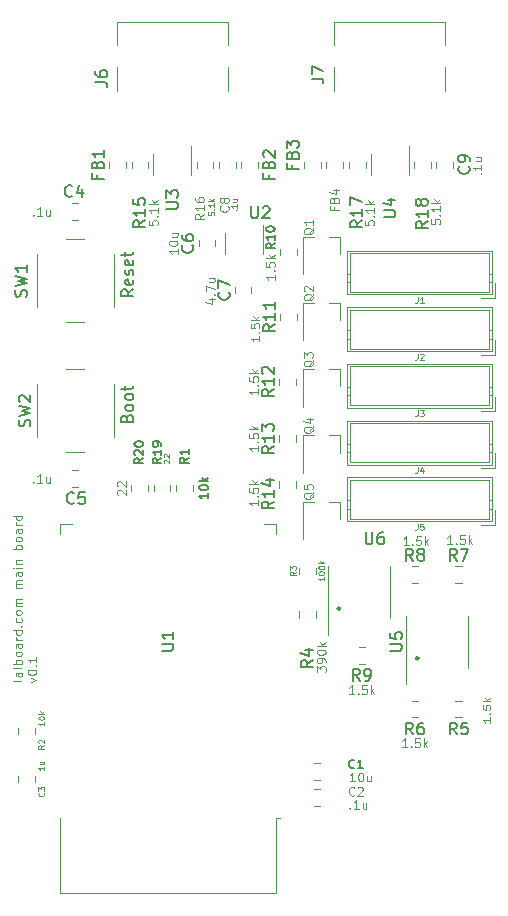
<source format=gbr>
%TF.GenerationSoftware,KiCad,Pcbnew,5.1.6-c6e7f7d~86~ubuntu18.04.1*%
%TF.CreationDate,2021-04-26T01:47:06-07:00*%
%TF.ProjectId,main_board,6d61696e-5f62-46f6-9172-642e6b696361,rev?*%
%TF.SameCoordinates,Original*%
%TF.FileFunction,Legend,Top*%
%TF.FilePolarity,Positive*%
%FSLAX46Y46*%
G04 Gerber Fmt 4.6, Leading zero omitted, Abs format (unit mm)*
G04 Created by KiCad (PCBNEW 5.1.6-c6e7f7d~86~ubuntu18.04.1) date 2021-04-26 01:47:06*
%MOMM*%
%LPD*%
G01*
G04 APERTURE LIST*
%ADD10C,0.125000*%
%ADD11C,0.250000*%
%ADD12C,0.120000*%
%ADD13C,0.150000*%
G04 APERTURE END LIST*
D10*
X151414285Y-88333035D02*
X151378571Y-88404464D01*
X151307142Y-88440178D01*
X150664285Y-88440178D01*
X151414285Y-87725892D02*
X151021428Y-87725892D01*
X150950000Y-87761607D01*
X150914285Y-87833035D01*
X150914285Y-87975892D01*
X150950000Y-88047321D01*
X151378571Y-87725892D02*
X151414285Y-87797321D01*
X151414285Y-87975892D01*
X151378571Y-88047321D01*
X151307142Y-88083035D01*
X151235714Y-88083035D01*
X151164285Y-88047321D01*
X151128571Y-87975892D01*
X151128571Y-87797321D01*
X151092857Y-87725892D01*
X151414285Y-87261607D02*
X151378571Y-87333035D01*
X151307142Y-87368750D01*
X150664285Y-87368750D01*
X151414285Y-86975892D02*
X150664285Y-86975892D01*
X150950000Y-86975892D02*
X150914285Y-86904464D01*
X150914285Y-86761607D01*
X150950000Y-86690178D01*
X150985714Y-86654464D01*
X151057142Y-86618750D01*
X151271428Y-86618750D01*
X151342857Y-86654464D01*
X151378571Y-86690178D01*
X151414285Y-86761607D01*
X151414285Y-86904464D01*
X151378571Y-86975892D01*
X151414285Y-86190178D02*
X151378571Y-86261607D01*
X151342857Y-86297321D01*
X151271428Y-86333035D01*
X151057142Y-86333035D01*
X150985714Y-86297321D01*
X150950000Y-86261607D01*
X150914285Y-86190178D01*
X150914285Y-86083035D01*
X150950000Y-86011607D01*
X150985714Y-85975892D01*
X151057142Y-85940178D01*
X151271428Y-85940178D01*
X151342857Y-85975892D01*
X151378571Y-86011607D01*
X151414285Y-86083035D01*
X151414285Y-86190178D01*
X151414285Y-85297321D02*
X151021428Y-85297321D01*
X150950000Y-85333035D01*
X150914285Y-85404464D01*
X150914285Y-85547321D01*
X150950000Y-85618750D01*
X151378571Y-85297321D02*
X151414285Y-85368750D01*
X151414285Y-85547321D01*
X151378571Y-85618750D01*
X151307142Y-85654464D01*
X151235714Y-85654464D01*
X151164285Y-85618750D01*
X151128571Y-85547321D01*
X151128571Y-85368750D01*
X151092857Y-85297321D01*
X151414285Y-84940178D02*
X150914285Y-84940178D01*
X151057142Y-84940178D02*
X150985714Y-84904464D01*
X150950000Y-84868750D01*
X150914285Y-84797321D01*
X150914285Y-84725892D01*
X151414285Y-84154464D02*
X150664285Y-84154464D01*
X151378571Y-84154464D02*
X151414285Y-84225892D01*
X151414285Y-84368750D01*
X151378571Y-84440178D01*
X151342857Y-84475892D01*
X151271428Y-84511607D01*
X151057142Y-84511607D01*
X150985714Y-84475892D01*
X150950000Y-84440178D01*
X150914285Y-84368750D01*
X150914285Y-84225892D01*
X150950000Y-84154464D01*
X151342857Y-83797321D02*
X151378571Y-83761607D01*
X151414285Y-83797321D01*
X151378571Y-83833035D01*
X151342857Y-83797321D01*
X151414285Y-83797321D01*
X151378571Y-83118750D02*
X151414285Y-83190178D01*
X151414285Y-83333035D01*
X151378571Y-83404464D01*
X151342857Y-83440178D01*
X151271428Y-83475892D01*
X151057142Y-83475892D01*
X150985714Y-83440178D01*
X150950000Y-83404464D01*
X150914285Y-83333035D01*
X150914285Y-83190178D01*
X150950000Y-83118750D01*
X151414285Y-82690178D02*
X151378571Y-82761607D01*
X151342857Y-82797321D01*
X151271428Y-82833035D01*
X151057142Y-82833035D01*
X150985714Y-82797321D01*
X150950000Y-82761607D01*
X150914285Y-82690178D01*
X150914285Y-82583035D01*
X150950000Y-82511607D01*
X150985714Y-82475892D01*
X151057142Y-82440178D01*
X151271428Y-82440178D01*
X151342857Y-82475892D01*
X151378571Y-82511607D01*
X151414285Y-82583035D01*
X151414285Y-82690178D01*
X151414285Y-82118750D02*
X150914285Y-82118750D01*
X150985714Y-82118750D02*
X150950000Y-82083035D01*
X150914285Y-82011607D01*
X150914285Y-81904464D01*
X150950000Y-81833035D01*
X151021428Y-81797321D01*
X151414285Y-81797321D01*
X151021428Y-81797321D02*
X150950000Y-81761607D01*
X150914285Y-81690178D01*
X150914285Y-81583035D01*
X150950000Y-81511607D01*
X151021428Y-81475892D01*
X151414285Y-81475892D01*
X151414285Y-80547321D02*
X150914285Y-80547321D01*
X150985714Y-80547321D02*
X150950000Y-80511607D01*
X150914285Y-80440178D01*
X150914285Y-80333035D01*
X150950000Y-80261607D01*
X151021428Y-80225892D01*
X151414285Y-80225892D01*
X151021428Y-80225892D02*
X150950000Y-80190178D01*
X150914285Y-80118750D01*
X150914285Y-80011607D01*
X150950000Y-79940178D01*
X151021428Y-79904464D01*
X151414285Y-79904464D01*
X151414285Y-79225892D02*
X151021428Y-79225892D01*
X150950000Y-79261607D01*
X150914285Y-79333035D01*
X150914285Y-79475892D01*
X150950000Y-79547321D01*
X151378571Y-79225892D02*
X151414285Y-79297321D01*
X151414285Y-79475892D01*
X151378571Y-79547321D01*
X151307142Y-79583035D01*
X151235714Y-79583035D01*
X151164285Y-79547321D01*
X151128571Y-79475892D01*
X151128571Y-79297321D01*
X151092857Y-79225892D01*
X151414285Y-78868750D02*
X150914285Y-78868750D01*
X150664285Y-78868750D02*
X150700000Y-78904464D01*
X150735714Y-78868750D01*
X150700000Y-78833035D01*
X150664285Y-78868750D01*
X150735714Y-78868750D01*
X150914285Y-78511607D02*
X151414285Y-78511607D01*
X150985714Y-78511607D02*
X150950000Y-78475892D01*
X150914285Y-78404464D01*
X150914285Y-78297321D01*
X150950000Y-78225892D01*
X151021428Y-78190178D01*
X151414285Y-78190178D01*
X151414285Y-77261607D02*
X150664285Y-77261607D01*
X150950000Y-77261607D02*
X150914285Y-77190178D01*
X150914285Y-77047321D01*
X150950000Y-76975892D01*
X150985714Y-76940178D01*
X151057142Y-76904464D01*
X151271428Y-76904464D01*
X151342857Y-76940178D01*
X151378571Y-76975892D01*
X151414285Y-77047321D01*
X151414285Y-77190178D01*
X151378571Y-77261607D01*
X151414285Y-76475892D02*
X151378571Y-76547321D01*
X151342857Y-76583035D01*
X151271428Y-76618750D01*
X151057142Y-76618750D01*
X150985714Y-76583035D01*
X150950000Y-76547321D01*
X150914285Y-76475892D01*
X150914285Y-76368750D01*
X150950000Y-76297321D01*
X150985714Y-76261607D01*
X151057142Y-76225892D01*
X151271428Y-76225892D01*
X151342857Y-76261607D01*
X151378571Y-76297321D01*
X151414285Y-76368750D01*
X151414285Y-76475892D01*
X151414285Y-75583035D02*
X151021428Y-75583035D01*
X150950000Y-75618750D01*
X150914285Y-75690178D01*
X150914285Y-75833035D01*
X150950000Y-75904464D01*
X151378571Y-75583035D02*
X151414285Y-75654464D01*
X151414285Y-75833035D01*
X151378571Y-75904464D01*
X151307142Y-75940178D01*
X151235714Y-75940178D01*
X151164285Y-75904464D01*
X151128571Y-75833035D01*
X151128571Y-75654464D01*
X151092857Y-75583035D01*
X151414285Y-75225892D02*
X150914285Y-75225892D01*
X151057142Y-75225892D02*
X150985714Y-75190178D01*
X150950000Y-75154464D01*
X150914285Y-75083035D01*
X150914285Y-75011607D01*
X151414285Y-74440178D02*
X150664285Y-74440178D01*
X151378571Y-74440178D02*
X151414285Y-74511607D01*
X151414285Y-74654464D01*
X151378571Y-74725892D01*
X151342857Y-74761607D01*
X151271428Y-74797321D01*
X151057142Y-74797321D01*
X150985714Y-74761607D01*
X150950000Y-74725892D01*
X150914285Y-74654464D01*
X150914285Y-74511607D01*
X150950000Y-74440178D01*
X152164285Y-88511607D02*
X152664285Y-88333035D01*
X152164285Y-88154464D01*
X151914285Y-87725892D02*
X151914285Y-87654464D01*
X151950000Y-87583035D01*
X151985714Y-87547321D01*
X152057142Y-87511607D01*
X152200000Y-87475892D01*
X152378571Y-87475892D01*
X152521428Y-87511607D01*
X152592857Y-87547321D01*
X152628571Y-87583035D01*
X152664285Y-87654464D01*
X152664285Y-87725892D01*
X152628571Y-87797321D01*
X152592857Y-87833035D01*
X152521428Y-87868750D01*
X152378571Y-87904464D01*
X152200000Y-87904464D01*
X152057142Y-87868750D01*
X151985714Y-87833035D01*
X151950000Y-87797321D01*
X151914285Y-87725892D01*
X152592857Y-87154464D02*
X152628571Y-87118750D01*
X152664285Y-87154464D01*
X152628571Y-87190178D01*
X152592857Y-87154464D01*
X152664285Y-87154464D01*
X152664285Y-86404464D02*
X152664285Y-86833035D01*
X152664285Y-86618750D02*
X151914285Y-86618750D01*
X152021428Y-86690178D01*
X152092857Y-86761607D01*
X152128571Y-86833035D01*
D11*
%TO.C,U6*%
X178350000Y-82300000D02*
G75*
G03*
X178350000Y-82300000I-100000J0D01*
G01*
D12*
X177340000Y-80900000D02*
X177340000Y-84500000D01*
X177340000Y-80900000D02*
X177340000Y-78700000D01*
X182560000Y-80900000D02*
X182560000Y-83100000D01*
X182560000Y-80900000D02*
X182560000Y-78700000D01*
D11*
%TO.C,U5*%
X185000000Y-86500000D02*
G75*
G03*
X185000000Y-86500000I-100000J0D01*
G01*
D12*
X183990000Y-85100000D02*
X183990000Y-88700000D01*
X183990000Y-85100000D02*
X183990000Y-82900000D01*
X189210000Y-85100000D02*
X189210000Y-87300000D01*
X189210000Y-85100000D02*
X189210000Y-82900000D01*
%TO.C,SW2*%
X156700000Y-62050000D02*
X155200000Y-62050000D01*
X152700000Y-63300000D02*
X152700000Y-67800000D01*
X155200000Y-69050000D02*
X156700000Y-69050000D01*
X159200000Y-67800000D02*
X159200000Y-63300000D01*
%TO.C,C5*%
X155688748Y-72010000D02*
X156211252Y-72010000D01*
X155688748Y-70590000D02*
X156211252Y-70590000D01*
%TO.C,U1*%
X172920000Y-100005000D02*
X173300000Y-100005000D01*
X172920000Y-106425000D02*
X172920000Y-100005000D01*
X154680000Y-106425000D02*
X154680000Y-100005000D01*
X172920000Y-106425000D02*
X154680000Y-106425000D01*
X154680000Y-75180000D02*
X155680000Y-75180000D01*
X154680000Y-75960000D02*
X154680000Y-75180000D01*
X172920000Y-75180000D02*
X171920000Y-75180000D01*
X172920000Y-75960000D02*
X172920000Y-75180000D01*
%TO.C,Q5*%
X178380000Y-73240000D02*
X178380000Y-74700000D01*
X175220000Y-73240000D02*
X175220000Y-76400000D01*
X175220000Y-73240000D02*
X176150000Y-73240000D01*
X178380000Y-73240000D02*
X177450000Y-73240000D01*
%TO.C,R9*%
X180461252Y-85590000D02*
X179938748Y-85590000D01*
X180461252Y-87010000D02*
X179938748Y-87010000D01*
%TO.C,R7*%
X188661252Y-78690000D02*
X188138748Y-78690000D01*
X188661252Y-80110000D02*
X188138748Y-80110000D01*
%TO.C,R8*%
X184438748Y-80110000D02*
X184961252Y-80110000D01*
X184438748Y-78690000D02*
X184961252Y-78690000D01*
%TO.C,R6*%
X184438748Y-91510000D02*
X184961252Y-91510000D01*
X184438748Y-90090000D02*
X184961252Y-90090000D01*
%TO.C,R5*%
X188661252Y-90090000D02*
X188138748Y-90090000D01*
X188661252Y-91510000D02*
X188138748Y-91510000D01*
%TO.C,R4*%
X174890000Y-82538748D02*
X174890000Y-83061252D01*
X176310000Y-82538748D02*
X176310000Y-83061252D01*
%TO.C,R3*%
X174890000Y-78838748D02*
X174890000Y-79361252D01*
X176310000Y-78838748D02*
X176310000Y-79361252D01*
%TO.C,R14*%
X174610000Y-72061252D02*
X174610000Y-71538748D01*
X173190000Y-72061252D02*
X173190000Y-71538748D01*
%TO.C,R13*%
X174610000Y-68161252D02*
X174610000Y-67638748D01*
X173190000Y-68161252D02*
X173190000Y-67638748D01*
%TO.C,R12*%
X174610000Y-63361252D02*
X174610000Y-62838748D01*
X173190000Y-63361252D02*
X173190000Y-62838748D01*
%TO.C,R11*%
X174710000Y-57861252D02*
X174710000Y-57338748D01*
X173290000Y-57861252D02*
X173290000Y-57338748D01*
%TO.C,R10*%
X174710000Y-52361252D02*
X174710000Y-51838748D01*
X173290000Y-52361252D02*
X173290000Y-51838748D01*
%TO.C,R20*%
X162110000Y-72361252D02*
X162110000Y-71838748D01*
X160690000Y-72361252D02*
X160690000Y-71838748D01*
%TO.C,R19*%
X164010000Y-72361252D02*
X164010000Y-71838748D01*
X162590000Y-72361252D02*
X162590000Y-71838748D01*
%TO.C,J7*%
X187280000Y-32650000D02*
X177880000Y-32650000D01*
X177880000Y-38450000D02*
X177880000Y-36450000D01*
X177880000Y-34550000D02*
X177880000Y-32650000D01*
X187280000Y-38450000D02*
X187280000Y-36450000D01*
X187280000Y-34550000D02*
X187280000Y-32650000D01*
%TO.C,J6*%
X168880000Y-32650000D02*
X159480000Y-32650000D01*
X159480000Y-38450000D02*
X159480000Y-36450000D01*
X159480000Y-34550000D02*
X159480000Y-32650000D01*
X168880000Y-38450000D02*
X168880000Y-36450000D01*
X168880000Y-34550000D02*
X168880000Y-32650000D01*
%TO.C,C8*%
X168120000Y-44463748D02*
X168120000Y-44986252D01*
X169540000Y-44463748D02*
X169540000Y-44986252D01*
%TO.C,FB1*%
X158820000Y-44463748D02*
X158820000Y-44986252D01*
X160240000Y-44463748D02*
X160240000Y-44986252D01*
%TO.C,FB2*%
X171440000Y-44986252D02*
X171440000Y-44463748D01*
X170020000Y-44986252D02*
X170020000Y-44463748D01*
%TO.C,U3*%
X165790000Y-45620000D02*
X165790000Y-43170000D01*
X162570000Y-43820000D02*
X162570000Y-45620000D01*
%TO.C,R15*%
X160720000Y-44463748D02*
X160720000Y-44986252D01*
X162140000Y-44463748D02*
X162140000Y-44986252D01*
%TO.C,R16*%
X166220000Y-44463748D02*
X166220000Y-44986252D01*
X167640000Y-44463748D02*
X167640000Y-44986252D01*
%TO.C,R18*%
X184620000Y-44463748D02*
X184620000Y-44986252D01*
X186040000Y-44463748D02*
X186040000Y-44986252D01*
%TO.C,R17*%
X179120000Y-44463748D02*
X179120000Y-44986252D01*
X180540000Y-44463748D02*
X180540000Y-44986252D01*
%TO.C,C9*%
X186520000Y-44463748D02*
X186520000Y-44986252D01*
X187940000Y-44463748D02*
X187940000Y-44986252D01*
%TO.C,R2*%
X151090000Y-92438748D02*
X151090000Y-92961252D01*
X152510000Y-92438748D02*
X152510000Y-92961252D01*
%TO.C,U4*%
X184190000Y-45620000D02*
X184190000Y-43170000D01*
X180970000Y-43820000D02*
X180970000Y-45620000D01*
%TO.C,U2*%
X171810000Y-52300000D02*
X171810000Y-49850000D01*
X168590000Y-50500000D02*
X168590000Y-52300000D01*
%TO.C,SW1*%
X156700000Y-51050000D02*
X155200000Y-51050000D01*
X152700000Y-52300000D02*
X152700000Y-56800000D01*
X155200000Y-58050000D02*
X156700000Y-58050000D01*
X159200000Y-56800000D02*
X159200000Y-52300000D01*
%TO.C,R1*%
X165910000Y-72361252D02*
X165910000Y-71838748D01*
X164490000Y-72361252D02*
X164490000Y-71838748D01*
%TO.C,Q4*%
X178380000Y-67640000D02*
X178380000Y-69100000D01*
X175220000Y-67640000D02*
X175220000Y-70800000D01*
X175220000Y-67640000D02*
X176150000Y-67640000D01*
X178380000Y-67640000D02*
X177450000Y-67640000D01*
%TO.C,Q3*%
X178380000Y-62040000D02*
X178380000Y-63500000D01*
X175220000Y-62040000D02*
X175220000Y-65200000D01*
X175220000Y-62040000D02*
X176150000Y-62040000D01*
X178380000Y-62040000D02*
X177450000Y-62040000D01*
%TO.C,Q2*%
X178380000Y-56440000D02*
X178380000Y-57900000D01*
X175220000Y-56440000D02*
X175220000Y-59600000D01*
X175220000Y-56440000D02*
X176150000Y-56440000D01*
X178380000Y-56440000D02*
X177450000Y-56440000D01*
%TO.C,Q1*%
X178380000Y-50840000D02*
X178380000Y-52300000D01*
X175220000Y-50840000D02*
X175220000Y-54000000D01*
X175220000Y-50840000D02*
X176150000Y-50840000D01*
X178380000Y-50840000D02*
X177450000Y-50840000D01*
%TO.C,J5*%
X191210000Y-74910000D02*
X191210000Y-71190000D01*
X191210000Y-71190000D02*
X178990000Y-71190000D01*
X178990000Y-71190000D02*
X178990000Y-74910000D01*
X178990000Y-74910000D02*
X191210000Y-74910000D01*
X191210000Y-73850000D02*
X191010000Y-73850000D01*
X191010000Y-73850000D02*
X191010000Y-74710000D01*
X191010000Y-74710000D02*
X179190000Y-74710000D01*
X179190000Y-74710000D02*
X179190000Y-73850000D01*
X179190000Y-73850000D02*
X178990000Y-73850000D01*
X191010000Y-73850000D02*
X191010000Y-73150000D01*
X191010000Y-73150000D02*
X191210000Y-73150000D01*
X179190000Y-73850000D02*
X179190000Y-73150000D01*
X179190000Y-73150000D02*
X178990000Y-73150000D01*
X191010000Y-73150000D02*
X191010000Y-71390000D01*
X191010000Y-71390000D02*
X179190000Y-71390000D01*
X179190000Y-71390000D02*
X179190000Y-73150000D01*
X190260000Y-75210000D02*
X191510000Y-75210000D01*
X191510000Y-75210000D02*
X191510000Y-73960000D01*
%TO.C,J4*%
X191210000Y-70110000D02*
X191210000Y-66390000D01*
X191210000Y-66390000D02*
X178990000Y-66390000D01*
X178990000Y-66390000D02*
X178990000Y-70110000D01*
X178990000Y-70110000D02*
X191210000Y-70110000D01*
X191210000Y-69050000D02*
X191010000Y-69050000D01*
X191010000Y-69050000D02*
X191010000Y-69910000D01*
X191010000Y-69910000D02*
X179190000Y-69910000D01*
X179190000Y-69910000D02*
X179190000Y-69050000D01*
X179190000Y-69050000D02*
X178990000Y-69050000D01*
X191010000Y-69050000D02*
X191010000Y-68350000D01*
X191010000Y-68350000D02*
X191210000Y-68350000D01*
X179190000Y-69050000D02*
X179190000Y-68350000D01*
X179190000Y-68350000D02*
X178990000Y-68350000D01*
X191010000Y-68350000D02*
X191010000Y-66590000D01*
X191010000Y-66590000D02*
X179190000Y-66590000D01*
X179190000Y-66590000D02*
X179190000Y-68350000D01*
X190260000Y-70410000D02*
X191510000Y-70410000D01*
X191510000Y-70410000D02*
X191510000Y-69160000D01*
%TO.C,J3*%
X191210000Y-65310000D02*
X191210000Y-61590000D01*
X191210000Y-61590000D02*
X178990000Y-61590000D01*
X178990000Y-61590000D02*
X178990000Y-65310000D01*
X178990000Y-65310000D02*
X191210000Y-65310000D01*
X191210000Y-64250000D02*
X191010000Y-64250000D01*
X191010000Y-64250000D02*
X191010000Y-65110000D01*
X191010000Y-65110000D02*
X179190000Y-65110000D01*
X179190000Y-65110000D02*
X179190000Y-64250000D01*
X179190000Y-64250000D02*
X178990000Y-64250000D01*
X191010000Y-64250000D02*
X191010000Y-63550000D01*
X191010000Y-63550000D02*
X191210000Y-63550000D01*
X179190000Y-64250000D02*
X179190000Y-63550000D01*
X179190000Y-63550000D02*
X178990000Y-63550000D01*
X191010000Y-63550000D02*
X191010000Y-61790000D01*
X191010000Y-61790000D02*
X179190000Y-61790000D01*
X179190000Y-61790000D02*
X179190000Y-63550000D01*
X190260000Y-65610000D02*
X191510000Y-65610000D01*
X191510000Y-65610000D02*
X191510000Y-64360000D01*
%TO.C,J2*%
X191210000Y-60510000D02*
X191210000Y-56790000D01*
X191210000Y-56790000D02*
X178990000Y-56790000D01*
X178990000Y-56790000D02*
X178990000Y-60510000D01*
X178990000Y-60510000D02*
X191210000Y-60510000D01*
X191210000Y-59450000D02*
X191010000Y-59450000D01*
X191010000Y-59450000D02*
X191010000Y-60310000D01*
X191010000Y-60310000D02*
X179190000Y-60310000D01*
X179190000Y-60310000D02*
X179190000Y-59450000D01*
X179190000Y-59450000D02*
X178990000Y-59450000D01*
X191010000Y-59450000D02*
X191010000Y-58750000D01*
X191010000Y-58750000D02*
X191210000Y-58750000D01*
X179190000Y-59450000D02*
X179190000Y-58750000D01*
X179190000Y-58750000D02*
X178990000Y-58750000D01*
X191010000Y-58750000D02*
X191010000Y-56990000D01*
X191010000Y-56990000D02*
X179190000Y-56990000D01*
X179190000Y-56990000D02*
X179190000Y-58750000D01*
X190260000Y-60810000D02*
X191510000Y-60810000D01*
X191510000Y-60810000D02*
X191510000Y-59560000D01*
%TO.C,J1*%
X191210000Y-55710000D02*
X191210000Y-51990000D01*
X191210000Y-51990000D02*
X178990000Y-51990000D01*
X178990000Y-51990000D02*
X178990000Y-55710000D01*
X178990000Y-55710000D02*
X191210000Y-55710000D01*
X191210000Y-54650000D02*
X191010000Y-54650000D01*
X191010000Y-54650000D02*
X191010000Y-55510000D01*
X191010000Y-55510000D02*
X179190000Y-55510000D01*
X179190000Y-55510000D02*
X179190000Y-54650000D01*
X179190000Y-54650000D02*
X178990000Y-54650000D01*
X191010000Y-54650000D02*
X191010000Y-53950000D01*
X191010000Y-53950000D02*
X191210000Y-53950000D01*
X179190000Y-54650000D02*
X179190000Y-53950000D01*
X179190000Y-53950000D02*
X178990000Y-53950000D01*
X191010000Y-53950000D02*
X191010000Y-52190000D01*
X191010000Y-52190000D02*
X179190000Y-52190000D01*
X179190000Y-52190000D02*
X179190000Y-53950000D01*
X190260000Y-56010000D02*
X191510000Y-56010000D01*
X191510000Y-56010000D02*
X191510000Y-54760000D01*
%TO.C,FB4*%
X178640000Y-44986252D02*
X178640000Y-44463748D01*
X177220000Y-44986252D02*
X177220000Y-44463748D01*
%TO.C,FB3*%
X175320000Y-44463748D02*
X175320000Y-44986252D01*
X176740000Y-44463748D02*
X176740000Y-44986252D01*
%TO.C,C7*%
X169440000Y-55093748D02*
X169440000Y-55616252D01*
X170860000Y-55093748D02*
X170860000Y-55616252D01*
%TO.C,C6*%
X166390000Y-51113748D02*
X166390000Y-51636252D01*
X167810000Y-51113748D02*
X167810000Y-51636252D01*
%TO.C,C4*%
X156211252Y-47990000D02*
X155688748Y-47990000D01*
X156211252Y-49410000D02*
X155688748Y-49410000D01*
%TO.C,C3*%
X151090000Y-96438748D02*
X151090000Y-96961252D01*
X152510000Y-96438748D02*
X152510000Y-96961252D01*
%TO.C,C2*%
X176138748Y-99010000D02*
X176661252Y-99010000D01*
X176138748Y-97590000D02*
X176661252Y-97590000D01*
%TO.C,C1*%
X176138748Y-96810000D02*
X176661252Y-96810000D01*
X176138748Y-95390000D02*
X176661252Y-95390000D01*
%TO.C,U6*%
D13*
X180538095Y-75852380D02*
X180538095Y-76661904D01*
X180585714Y-76757142D01*
X180633333Y-76804761D01*
X180728571Y-76852380D01*
X180919047Y-76852380D01*
X181014285Y-76804761D01*
X181061904Y-76757142D01*
X181109523Y-76661904D01*
X181109523Y-75852380D01*
X182014285Y-75852380D02*
X181823809Y-75852380D01*
X181728571Y-75900000D01*
X181680952Y-75947619D01*
X181585714Y-76090476D01*
X181538095Y-76280952D01*
X181538095Y-76661904D01*
X181585714Y-76757142D01*
X181633333Y-76804761D01*
X181728571Y-76852380D01*
X181919047Y-76852380D01*
X182014285Y-76804761D01*
X182061904Y-76757142D01*
X182109523Y-76661904D01*
X182109523Y-76423809D01*
X182061904Y-76328571D01*
X182014285Y-76280952D01*
X181919047Y-76233333D01*
X181728571Y-76233333D01*
X181633333Y-76280952D01*
X181585714Y-76328571D01*
X181538095Y-76423809D01*
%TO.C,U5*%
X182602380Y-85861904D02*
X183411904Y-85861904D01*
X183507142Y-85814285D01*
X183554761Y-85766666D01*
X183602380Y-85671428D01*
X183602380Y-85480952D01*
X183554761Y-85385714D01*
X183507142Y-85338095D01*
X183411904Y-85290476D01*
X182602380Y-85290476D01*
X182602380Y-84338095D02*
X182602380Y-84814285D01*
X183078571Y-84861904D01*
X183030952Y-84814285D01*
X182983333Y-84719047D01*
X182983333Y-84480952D01*
X183030952Y-84385714D01*
X183078571Y-84338095D01*
X183173809Y-84290476D01*
X183411904Y-84290476D01*
X183507142Y-84338095D01*
X183554761Y-84385714D01*
X183602380Y-84480952D01*
X183602380Y-84719047D01*
X183554761Y-84814285D01*
X183507142Y-84861904D01*
%TO.C,SW2*%
X152104761Y-66883334D02*
X152152380Y-66740477D01*
X152152380Y-66502381D01*
X152104761Y-66407143D01*
X152057142Y-66359524D01*
X151961904Y-66311905D01*
X151866666Y-66311905D01*
X151771428Y-66359524D01*
X151723809Y-66407143D01*
X151676190Y-66502381D01*
X151628571Y-66692858D01*
X151580952Y-66788096D01*
X151533333Y-66835715D01*
X151438095Y-66883334D01*
X151342857Y-66883334D01*
X151247619Y-66835715D01*
X151200000Y-66788096D01*
X151152380Y-66692858D01*
X151152380Y-66454762D01*
X151200000Y-66311905D01*
X151152380Y-65978572D02*
X152152380Y-65740477D01*
X151438095Y-65550001D01*
X152152380Y-65359524D01*
X151152380Y-65121429D01*
X151247619Y-64788096D02*
X151200000Y-64740477D01*
X151152380Y-64645239D01*
X151152380Y-64407143D01*
X151200000Y-64311905D01*
X151247619Y-64264286D01*
X151342857Y-64216667D01*
X151438095Y-64216667D01*
X151580952Y-64264286D01*
X152152380Y-64835715D01*
X152152380Y-64216667D01*
X160328571Y-66169047D02*
X160376190Y-66026190D01*
X160423809Y-65978571D01*
X160519047Y-65930952D01*
X160661904Y-65930952D01*
X160757142Y-65978571D01*
X160804761Y-66026190D01*
X160852380Y-66121428D01*
X160852380Y-66502380D01*
X159852380Y-66502380D01*
X159852380Y-66169047D01*
X159900000Y-66073809D01*
X159947619Y-66026190D01*
X160042857Y-65978571D01*
X160138095Y-65978571D01*
X160233333Y-66026190D01*
X160280952Y-66073809D01*
X160328571Y-66169047D01*
X160328571Y-66502380D01*
X160852380Y-65359523D02*
X160804761Y-65454761D01*
X160757142Y-65502380D01*
X160661904Y-65550000D01*
X160376190Y-65550000D01*
X160280952Y-65502380D01*
X160233333Y-65454761D01*
X160185714Y-65359523D01*
X160185714Y-65216666D01*
X160233333Y-65121428D01*
X160280952Y-65073809D01*
X160376190Y-65026190D01*
X160661904Y-65026190D01*
X160757142Y-65073809D01*
X160804761Y-65121428D01*
X160852380Y-65216666D01*
X160852380Y-65359523D01*
X160852380Y-64454761D02*
X160804761Y-64550000D01*
X160757142Y-64597619D01*
X160661904Y-64645238D01*
X160376190Y-64645238D01*
X160280952Y-64597619D01*
X160233333Y-64550000D01*
X160185714Y-64454761D01*
X160185714Y-64311904D01*
X160233333Y-64216666D01*
X160280952Y-64169047D01*
X160376190Y-64121428D01*
X160661904Y-64121428D01*
X160757142Y-64169047D01*
X160804761Y-64216666D01*
X160852380Y-64311904D01*
X160852380Y-64454761D01*
X160185714Y-63835714D02*
X160185714Y-63454761D01*
X159852380Y-63692857D02*
X160709523Y-63692857D01*
X160804761Y-63645238D01*
X160852380Y-63550000D01*
X160852380Y-63454761D01*
%TO.C,C5*%
X155833333Y-73357142D02*
X155785714Y-73404761D01*
X155642857Y-73452380D01*
X155547619Y-73452380D01*
X155404761Y-73404761D01*
X155309523Y-73309523D01*
X155261904Y-73214285D01*
X155214285Y-73023809D01*
X155214285Y-72880952D01*
X155261904Y-72690476D01*
X155309523Y-72595238D01*
X155404761Y-72500000D01*
X155547619Y-72452380D01*
X155642857Y-72452380D01*
X155785714Y-72500000D01*
X155833333Y-72547619D01*
X156738095Y-72452380D02*
X156261904Y-72452380D01*
X156214285Y-72928571D01*
X156261904Y-72880952D01*
X156357142Y-72833333D01*
X156595238Y-72833333D01*
X156690476Y-72880952D01*
X156738095Y-72928571D01*
X156785714Y-73023809D01*
X156785714Y-73261904D01*
X156738095Y-73357142D01*
X156690476Y-73404761D01*
X156595238Y-73452380D01*
X156357142Y-73452380D01*
X156261904Y-73404761D01*
X156214285Y-73357142D01*
D10*
X152403571Y-71567857D02*
X152439285Y-71603571D01*
X152403571Y-71639285D01*
X152367857Y-71603571D01*
X152403571Y-71567857D01*
X152403571Y-71639285D01*
X153153571Y-71639285D02*
X152725000Y-71639285D01*
X152939285Y-71639285D02*
X152939285Y-70889285D01*
X152867857Y-70996428D01*
X152796428Y-71067857D01*
X152725000Y-71103571D01*
X153796428Y-71139285D02*
X153796428Y-71639285D01*
X153475000Y-71139285D02*
X153475000Y-71532142D01*
X153510714Y-71603571D01*
X153582142Y-71639285D01*
X153689285Y-71639285D01*
X153760714Y-71603571D01*
X153796428Y-71567857D01*
%TO.C,U1*%
D13*
X163252380Y-85861904D02*
X164061904Y-85861904D01*
X164157142Y-85814285D01*
X164204761Y-85766666D01*
X164252380Y-85671428D01*
X164252380Y-85480952D01*
X164204761Y-85385714D01*
X164157142Y-85338095D01*
X164061904Y-85290476D01*
X163252380Y-85290476D01*
X164252380Y-84290476D02*
X164252380Y-84861904D01*
X164252380Y-84576190D02*
X163252380Y-84576190D01*
X163395238Y-84671428D01*
X163490476Y-84766666D01*
X163538095Y-84861904D01*
%TO.C,Q5*%
D10*
X176110714Y-72471428D02*
X176075000Y-72542857D01*
X176003571Y-72614285D01*
X175896428Y-72721428D01*
X175860714Y-72792857D01*
X175860714Y-72864285D01*
X176039285Y-72828571D02*
X176003571Y-72900000D01*
X175932142Y-72971428D01*
X175789285Y-73007142D01*
X175539285Y-73007142D01*
X175396428Y-72971428D01*
X175325000Y-72900000D01*
X175289285Y-72828571D01*
X175289285Y-72685714D01*
X175325000Y-72614285D01*
X175396428Y-72542857D01*
X175539285Y-72507142D01*
X175789285Y-72507142D01*
X175932142Y-72542857D01*
X176003571Y-72614285D01*
X176039285Y-72685714D01*
X176039285Y-72828571D01*
X175289285Y-71828571D02*
X175289285Y-72185714D01*
X175646428Y-72221428D01*
X175610714Y-72185714D01*
X175575000Y-72114285D01*
X175575000Y-71935714D01*
X175610714Y-71864285D01*
X175646428Y-71828571D01*
X175717857Y-71792857D01*
X175896428Y-71792857D01*
X175967857Y-71828571D01*
X176003571Y-71864285D01*
X176039285Y-71935714D01*
X176039285Y-72114285D01*
X176003571Y-72185714D01*
X175967857Y-72221428D01*
%TO.C,R9*%
D13*
X180033333Y-88402380D02*
X179700000Y-87926190D01*
X179461904Y-88402380D02*
X179461904Y-87402380D01*
X179842857Y-87402380D01*
X179938095Y-87450000D01*
X179985714Y-87497619D01*
X180033333Y-87592857D01*
X180033333Y-87735714D01*
X179985714Y-87830952D01*
X179938095Y-87878571D01*
X179842857Y-87926190D01*
X179461904Y-87926190D01*
X180509523Y-88402380D02*
X180700000Y-88402380D01*
X180795238Y-88354761D01*
X180842857Y-88307142D01*
X180938095Y-88164285D01*
X180985714Y-87973809D01*
X180985714Y-87592857D01*
X180938095Y-87497619D01*
X180890476Y-87450000D01*
X180795238Y-87402380D01*
X180604761Y-87402380D01*
X180509523Y-87450000D01*
X180461904Y-87497619D01*
X180414285Y-87592857D01*
X180414285Y-87830952D01*
X180461904Y-87926190D01*
X180509523Y-87973809D01*
X180604761Y-88021428D01*
X180795238Y-88021428D01*
X180890476Y-87973809D01*
X180938095Y-87926190D01*
X180985714Y-87830952D01*
D10*
X179575000Y-89539285D02*
X179146428Y-89539285D01*
X179360714Y-89539285D02*
X179360714Y-88789285D01*
X179289285Y-88896428D01*
X179217857Y-88967857D01*
X179146428Y-89003571D01*
X179896428Y-89467857D02*
X179932142Y-89503571D01*
X179896428Y-89539285D01*
X179860714Y-89503571D01*
X179896428Y-89467857D01*
X179896428Y-89539285D01*
X180610714Y-88789285D02*
X180253571Y-88789285D01*
X180217857Y-89146428D01*
X180253571Y-89110714D01*
X180325000Y-89075000D01*
X180503571Y-89075000D01*
X180575000Y-89110714D01*
X180610714Y-89146428D01*
X180646428Y-89217857D01*
X180646428Y-89396428D01*
X180610714Y-89467857D01*
X180575000Y-89503571D01*
X180503571Y-89539285D01*
X180325000Y-89539285D01*
X180253571Y-89503571D01*
X180217857Y-89467857D01*
X180967857Y-89539285D02*
X180967857Y-88789285D01*
X181039285Y-89253571D02*
X181253571Y-89539285D01*
X181253571Y-89039285D02*
X180967857Y-89325000D01*
%TO.C,R7*%
D13*
X188233333Y-78252380D02*
X187900000Y-77776190D01*
X187661904Y-78252380D02*
X187661904Y-77252380D01*
X188042857Y-77252380D01*
X188138095Y-77300000D01*
X188185714Y-77347619D01*
X188233333Y-77442857D01*
X188233333Y-77585714D01*
X188185714Y-77680952D01*
X188138095Y-77728571D01*
X188042857Y-77776190D01*
X187661904Y-77776190D01*
X188566666Y-77252380D02*
X189233333Y-77252380D01*
X188804761Y-78252380D01*
D10*
X187875000Y-76839285D02*
X187446428Y-76839285D01*
X187660714Y-76839285D02*
X187660714Y-76089285D01*
X187589285Y-76196428D01*
X187517857Y-76267857D01*
X187446428Y-76303571D01*
X188196428Y-76767857D02*
X188232142Y-76803571D01*
X188196428Y-76839285D01*
X188160714Y-76803571D01*
X188196428Y-76767857D01*
X188196428Y-76839285D01*
X188910714Y-76089285D02*
X188553571Y-76089285D01*
X188517857Y-76446428D01*
X188553571Y-76410714D01*
X188625000Y-76375000D01*
X188803571Y-76375000D01*
X188875000Y-76410714D01*
X188910714Y-76446428D01*
X188946428Y-76517857D01*
X188946428Y-76696428D01*
X188910714Y-76767857D01*
X188875000Y-76803571D01*
X188803571Y-76839285D01*
X188625000Y-76839285D01*
X188553571Y-76803571D01*
X188517857Y-76767857D01*
X189267857Y-76839285D02*
X189267857Y-76089285D01*
X189339285Y-76553571D02*
X189553571Y-76839285D01*
X189553571Y-76339285D02*
X189267857Y-76625000D01*
%TO.C,R8*%
D13*
X184533333Y-78252380D02*
X184200000Y-77776190D01*
X183961904Y-78252380D02*
X183961904Y-77252380D01*
X184342857Y-77252380D01*
X184438095Y-77300000D01*
X184485714Y-77347619D01*
X184533333Y-77442857D01*
X184533333Y-77585714D01*
X184485714Y-77680952D01*
X184438095Y-77728571D01*
X184342857Y-77776190D01*
X183961904Y-77776190D01*
X185104761Y-77680952D02*
X185009523Y-77633333D01*
X184961904Y-77585714D01*
X184914285Y-77490476D01*
X184914285Y-77442857D01*
X184961904Y-77347619D01*
X185009523Y-77300000D01*
X185104761Y-77252380D01*
X185295238Y-77252380D01*
X185390476Y-77300000D01*
X185438095Y-77347619D01*
X185485714Y-77442857D01*
X185485714Y-77490476D01*
X185438095Y-77585714D01*
X185390476Y-77633333D01*
X185295238Y-77680952D01*
X185104761Y-77680952D01*
X185009523Y-77728571D01*
X184961904Y-77776190D01*
X184914285Y-77871428D01*
X184914285Y-78061904D01*
X184961904Y-78157142D01*
X185009523Y-78204761D01*
X185104761Y-78252380D01*
X185295238Y-78252380D01*
X185390476Y-78204761D01*
X185438095Y-78157142D01*
X185485714Y-78061904D01*
X185485714Y-77871428D01*
X185438095Y-77776190D01*
X185390476Y-77728571D01*
X185295238Y-77680952D01*
D10*
X184175000Y-76939285D02*
X183746428Y-76939285D01*
X183960714Y-76939285D02*
X183960714Y-76189285D01*
X183889285Y-76296428D01*
X183817857Y-76367857D01*
X183746428Y-76403571D01*
X184496428Y-76867857D02*
X184532142Y-76903571D01*
X184496428Y-76939285D01*
X184460714Y-76903571D01*
X184496428Y-76867857D01*
X184496428Y-76939285D01*
X185210714Y-76189285D02*
X184853571Y-76189285D01*
X184817857Y-76546428D01*
X184853571Y-76510714D01*
X184925000Y-76475000D01*
X185103571Y-76475000D01*
X185175000Y-76510714D01*
X185210714Y-76546428D01*
X185246428Y-76617857D01*
X185246428Y-76796428D01*
X185210714Y-76867857D01*
X185175000Y-76903571D01*
X185103571Y-76939285D01*
X184925000Y-76939285D01*
X184853571Y-76903571D01*
X184817857Y-76867857D01*
X185567857Y-76939285D02*
X185567857Y-76189285D01*
X185639285Y-76653571D02*
X185853571Y-76939285D01*
X185853571Y-76439285D02*
X185567857Y-76725000D01*
%TO.C,R6*%
D13*
X184533333Y-92952380D02*
X184200000Y-92476190D01*
X183961904Y-92952380D02*
X183961904Y-91952380D01*
X184342857Y-91952380D01*
X184438095Y-92000000D01*
X184485714Y-92047619D01*
X184533333Y-92142857D01*
X184533333Y-92285714D01*
X184485714Y-92380952D01*
X184438095Y-92428571D01*
X184342857Y-92476190D01*
X183961904Y-92476190D01*
X185390476Y-91952380D02*
X185200000Y-91952380D01*
X185104761Y-92000000D01*
X185057142Y-92047619D01*
X184961904Y-92190476D01*
X184914285Y-92380952D01*
X184914285Y-92761904D01*
X184961904Y-92857142D01*
X185009523Y-92904761D01*
X185104761Y-92952380D01*
X185295238Y-92952380D01*
X185390476Y-92904761D01*
X185438095Y-92857142D01*
X185485714Y-92761904D01*
X185485714Y-92523809D01*
X185438095Y-92428571D01*
X185390476Y-92380952D01*
X185295238Y-92333333D01*
X185104761Y-92333333D01*
X185009523Y-92380952D01*
X184961904Y-92428571D01*
X184914285Y-92523809D01*
D10*
X184075000Y-94039285D02*
X183646428Y-94039285D01*
X183860714Y-94039285D02*
X183860714Y-93289285D01*
X183789285Y-93396428D01*
X183717857Y-93467857D01*
X183646428Y-93503571D01*
X184396428Y-93967857D02*
X184432142Y-94003571D01*
X184396428Y-94039285D01*
X184360714Y-94003571D01*
X184396428Y-93967857D01*
X184396428Y-94039285D01*
X185110714Y-93289285D02*
X184753571Y-93289285D01*
X184717857Y-93646428D01*
X184753571Y-93610714D01*
X184825000Y-93575000D01*
X185003571Y-93575000D01*
X185075000Y-93610714D01*
X185110714Y-93646428D01*
X185146428Y-93717857D01*
X185146428Y-93896428D01*
X185110714Y-93967857D01*
X185075000Y-94003571D01*
X185003571Y-94039285D01*
X184825000Y-94039285D01*
X184753571Y-94003571D01*
X184717857Y-93967857D01*
X185467857Y-94039285D02*
X185467857Y-93289285D01*
X185539285Y-93753571D02*
X185753571Y-94039285D01*
X185753571Y-93539285D02*
X185467857Y-93825000D01*
%TO.C,R5*%
D13*
X188233333Y-92952380D02*
X187900000Y-92476190D01*
X187661904Y-92952380D02*
X187661904Y-91952380D01*
X188042857Y-91952380D01*
X188138095Y-92000000D01*
X188185714Y-92047619D01*
X188233333Y-92142857D01*
X188233333Y-92285714D01*
X188185714Y-92380952D01*
X188138095Y-92428571D01*
X188042857Y-92476190D01*
X187661904Y-92476190D01*
X189138095Y-91952380D02*
X188661904Y-91952380D01*
X188614285Y-92428571D01*
X188661904Y-92380952D01*
X188757142Y-92333333D01*
X188995238Y-92333333D01*
X189090476Y-92380952D01*
X189138095Y-92428571D01*
X189185714Y-92523809D01*
X189185714Y-92761904D01*
X189138095Y-92857142D01*
X189090476Y-92904761D01*
X188995238Y-92952380D01*
X188757142Y-92952380D01*
X188661904Y-92904761D01*
X188614285Y-92857142D01*
D10*
X191057857Y-91525000D02*
X191057857Y-91953571D01*
X191057857Y-91739285D02*
X190487857Y-91739285D01*
X190569285Y-91810714D01*
X190623571Y-91882142D01*
X190650714Y-91953571D01*
X191003571Y-91203571D02*
X191030714Y-91167857D01*
X191057857Y-91203571D01*
X191030714Y-91239285D01*
X191003571Y-91203571D01*
X191057857Y-91203571D01*
X190487857Y-90489285D02*
X190487857Y-90846428D01*
X190759285Y-90882142D01*
X190732142Y-90846428D01*
X190705000Y-90775000D01*
X190705000Y-90596428D01*
X190732142Y-90525000D01*
X190759285Y-90489285D01*
X190813571Y-90453571D01*
X190949285Y-90453571D01*
X191003571Y-90489285D01*
X191030714Y-90525000D01*
X191057857Y-90596428D01*
X191057857Y-90775000D01*
X191030714Y-90846428D01*
X191003571Y-90882142D01*
X191057857Y-90132142D02*
X190487857Y-90132142D01*
X190840714Y-90060714D02*
X191057857Y-89846428D01*
X190677857Y-89846428D02*
X190895000Y-90132142D01*
%TO.C,R4*%
D13*
X176052380Y-86666666D02*
X175576190Y-87000000D01*
X176052380Y-87238095D02*
X175052380Y-87238095D01*
X175052380Y-86857142D01*
X175100000Y-86761904D01*
X175147619Y-86714285D01*
X175242857Y-86666666D01*
X175385714Y-86666666D01*
X175480952Y-86714285D01*
X175528571Y-86761904D01*
X175576190Y-86857142D01*
X175576190Y-87238095D01*
X175385714Y-85809523D02*
X176052380Y-85809523D01*
X175004761Y-86047619D02*
X175719047Y-86285714D01*
X175719047Y-85666666D01*
D10*
X176389285Y-87667857D02*
X176389285Y-87203571D01*
X176675000Y-87453571D01*
X176675000Y-87346428D01*
X176710714Y-87275000D01*
X176746428Y-87239285D01*
X176817857Y-87203571D01*
X176996428Y-87203571D01*
X177067857Y-87239285D01*
X177103571Y-87275000D01*
X177139285Y-87346428D01*
X177139285Y-87560714D01*
X177103571Y-87632142D01*
X177067857Y-87667857D01*
X177139285Y-86846428D02*
X177139285Y-86703571D01*
X177103571Y-86632142D01*
X177067857Y-86596428D01*
X176960714Y-86525000D01*
X176817857Y-86489285D01*
X176532142Y-86489285D01*
X176460714Y-86525000D01*
X176425000Y-86560714D01*
X176389285Y-86632142D01*
X176389285Y-86775000D01*
X176425000Y-86846428D01*
X176460714Y-86882142D01*
X176532142Y-86917857D01*
X176710714Y-86917857D01*
X176782142Y-86882142D01*
X176817857Y-86846428D01*
X176853571Y-86775000D01*
X176853571Y-86632142D01*
X176817857Y-86560714D01*
X176782142Y-86525000D01*
X176710714Y-86489285D01*
X176389285Y-86025000D02*
X176389285Y-85953571D01*
X176425000Y-85882142D01*
X176460714Y-85846428D01*
X176532142Y-85810714D01*
X176675000Y-85775000D01*
X176853571Y-85775000D01*
X176996428Y-85810714D01*
X177067857Y-85846428D01*
X177103571Y-85882142D01*
X177139285Y-85953571D01*
X177139285Y-86025000D01*
X177103571Y-86096428D01*
X177067857Y-86132142D01*
X176996428Y-86167857D01*
X176853571Y-86203571D01*
X176675000Y-86203571D01*
X176532142Y-86167857D01*
X176460714Y-86132142D01*
X176425000Y-86096428D01*
X176389285Y-86025000D01*
X177139285Y-85453571D02*
X176389285Y-85453571D01*
X176853571Y-85382142D02*
X177139285Y-85167857D01*
X176639285Y-85167857D02*
X176925000Y-85453571D01*
%TO.C,R3*%
X174626190Y-79183333D02*
X174388095Y-79350000D01*
X174626190Y-79469047D02*
X174126190Y-79469047D01*
X174126190Y-79278571D01*
X174150000Y-79230952D01*
X174173809Y-79207142D01*
X174221428Y-79183333D01*
X174292857Y-79183333D01*
X174340476Y-79207142D01*
X174364285Y-79230952D01*
X174388095Y-79278571D01*
X174388095Y-79469047D01*
X174126190Y-79016666D02*
X174126190Y-78707142D01*
X174316666Y-78873809D01*
X174316666Y-78802380D01*
X174340476Y-78754761D01*
X174364285Y-78730952D01*
X174411904Y-78707142D01*
X174530952Y-78707142D01*
X174578571Y-78730952D01*
X174602380Y-78754761D01*
X174626190Y-78802380D01*
X174626190Y-78945238D01*
X174602380Y-78992857D01*
X174578571Y-79016666D01*
X177026190Y-79635714D02*
X177026190Y-79921428D01*
X177026190Y-79778571D02*
X176526190Y-79778571D01*
X176597619Y-79826190D01*
X176645238Y-79873809D01*
X176669047Y-79921428D01*
X176526190Y-79326190D02*
X176526190Y-79278571D01*
X176550000Y-79230952D01*
X176573809Y-79207142D01*
X176621428Y-79183333D01*
X176716666Y-79159523D01*
X176835714Y-79159523D01*
X176930952Y-79183333D01*
X176978571Y-79207142D01*
X177002380Y-79230952D01*
X177026190Y-79278571D01*
X177026190Y-79326190D01*
X177002380Y-79373809D01*
X176978571Y-79397619D01*
X176930952Y-79421428D01*
X176835714Y-79445238D01*
X176716666Y-79445238D01*
X176621428Y-79421428D01*
X176573809Y-79397619D01*
X176550000Y-79373809D01*
X176526190Y-79326190D01*
X176526190Y-78850000D02*
X176526190Y-78802380D01*
X176550000Y-78754761D01*
X176573809Y-78730952D01*
X176621428Y-78707142D01*
X176716666Y-78683333D01*
X176835714Y-78683333D01*
X176930952Y-78707142D01*
X176978571Y-78730952D01*
X177002380Y-78754761D01*
X177026190Y-78802380D01*
X177026190Y-78850000D01*
X177002380Y-78897619D01*
X176978571Y-78921428D01*
X176930952Y-78945238D01*
X176835714Y-78969047D01*
X176716666Y-78969047D01*
X176621428Y-78945238D01*
X176573809Y-78921428D01*
X176550000Y-78897619D01*
X176526190Y-78850000D01*
X177026190Y-78469047D02*
X176526190Y-78469047D01*
X176835714Y-78421428D02*
X177026190Y-78278571D01*
X176692857Y-78278571D02*
X176883333Y-78469047D01*
%TO.C,R14*%
D13*
X172752380Y-73242857D02*
X172276190Y-73576190D01*
X172752380Y-73814285D02*
X171752380Y-73814285D01*
X171752380Y-73433333D01*
X171800000Y-73338095D01*
X171847619Y-73290476D01*
X171942857Y-73242857D01*
X172085714Y-73242857D01*
X172180952Y-73290476D01*
X172228571Y-73338095D01*
X172276190Y-73433333D01*
X172276190Y-73814285D01*
X172752380Y-72290476D02*
X172752380Y-72861904D01*
X172752380Y-72576190D02*
X171752380Y-72576190D01*
X171895238Y-72671428D01*
X171990476Y-72766666D01*
X172038095Y-72861904D01*
X172085714Y-71433333D02*
X172752380Y-71433333D01*
X171704761Y-71671428D02*
X172419047Y-71909523D01*
X172419047Y-71290476D01*
D10*
X171439285Y-73125000D02*
X171439285Y-73553571D01*
X171439285Y-73339285D02*
X170689285Y-73339285D01*
X170796428Y-73410714D01*
X170867857Y-73482142D01*
X170903571Y-73553571D01*
X171367857Y-72803571D02*
X171403571Y-72767857D01*
X171439285Y-72803571D01*
X171403571Y-72839285D01*
X171367857Y-72803571D01*
X171439285Y-72803571D01*
X170689285Y-72089285D02*
X170689285Y-72446428D01*
X171046428Y-72482142D01*
X171010714Y-72446428D01*
X170975000Y-72375000D01*
X170975000Y-72196428D01*
X171010714Y-72125000D01*
X171046428Y-72089285D01*
X171117857Y-72053571D01*
X171296428Y-72053571D01*
X171367857Y-72089285D01*
X171403571Y-72125000D01*
X171439285Y-72196428D01*
X171439285Y-72375000D01*
X171403571Y-72446428D01*
X171367857Y-72482142D01*
X171439285Y-71732142D02*
X170689285Y-71732142D01*
X171153571Y-71660714D02*
X171439285Y-71446428D01*
X170939285Y-71446428D02*
X171225000Y-71732142D01*
%TO.C,R13*%
D13*
X172752380Y-68542857D02*
X172276190Y-68876190D01*
X172752380Y-69114285D02*
X171752380Y-69114285D01*
X171752380Y-68733333D01*
X171800000Y-68638095D01*
X171847619Y-68590476D01*
X171942857Y-68542857D01*
X172085714Y-68542857D01*
X172180952Y-68590476D01*
X172228571Y-68638095D01*
X172276190Y-68733333D01*
X172276190Y-69114285D01*
X172752380Y-67590476D02*
X172752380Y-68161904D01*
X172752380Y-67876190D02*
X171752380Y-67876190D01*
X171895238Y-67971428D01*
X171990476Y-68066666D01*
X172038095Y-68161904D01*
X171752380Y-67257142D02*
X171752380Y-66638095D01*
X172133333Y-66971428D01*
X172133333Y-66828571D01*
X172180952Y-66733333D01*
X172228571Y-66685714D01*
X172323809Y-66638095D01*
X172561904Y-66638095D01*
X172657142Y-66685714D01*
X172704761Y-66733333D01*
X172752380Y-66828571D01*
X172752380Y-67114285D01*
X172704761Y-67209523D01*
X172657142Y-67257142D01*
D10*
X171439285Y-68525000D02*
X171439285Y-68953571D01*
X171439285Y-68739285D02*
X170689285Y-68739285D01*
X170796428Y-68810714D01*
X170867857Y-68882142D01*
X170903571Y-68953571D01*
X171367857Y-68203571D02*
X171403571Y-68167857D01*
X171439285Y-68203571D01*
X171403571Y-68239285D01*
X171367857Y-68203571D01*
X171439285Y-68203571D01*
X170689285Y-67489285D02*
X170689285Y-67846428D01*
X171046428Y-67882142D01*
X171010714Y-67846428D01*
X170975000Y-67775000D01*
X170975000Y-67596428D01*
X171010714Y-67525000D01*
X171046428Y-67489285D01*
X171117857Y-67453571D01*
X171296428Y-67453571D01*
X171367857Y-67489285D01*
X171403571Y-67525000D01*
X171439285Y-67596428D01*
X171439285Y-67775000D01*
X171403571Y-67846428D01*
X171367857Y-67882142D01*
X171439285Y-67132142D02*
X170689285Y-67132142D01*
X171153571Y-67060714D02*
X171439285Y-66846428D01*
X170939285Y-66846428D02*
X171225000Y-67132142D01*
%TO.C,R12*%
D13*
X172752380Y-63742857D02*
X172276190Y-64076190D01*
X172752380Y-64314285D02*
X171752380Y-64314285D01*
X171752380Y-63933333D01*
X171800000Y-63838095D01*
X171847619Y-63790476D01*
X171942857Y-63742857D01*
X172085714Y-63742857D01*
X172180952Y-63790476D01*
X172228571Y-63838095D01*
X172276190Y-63933333D01*
X172276190Y-64314285D01*
X172752380Y-62790476D02*
X172752380Y-63361904D01*
X172752380Y-63076190D02*
X171752380Y-63076190D01*
X171895238Y-63171428D01*
X171990476Y-63266666D01*
X172038095Y-63361904D01*
X171847619Y-62409523D02*
X171800000Y-62361904D01*
X171752380Y-62266666D01*
X171752380Y-62028571D01*
X171800000Y-61933333D01*
X171847619Y-61885714D01*
X171942857Y-61838095D01*
X172038095Y-61838095D01*
X172180952Y-61885714D01*
X172752380Y-62457142D01*
X172752380Y-61838095D01*
D10*
X171439285Y-63725000D02*
X171439285Y-64153571D01*
X171439285Y-63939285D02*
X170689285Y-63939285D01*
X170796428Y-64010714D01*
X170867857Y-64082142D01*
X170903571Y-64153571D01*
X171367857Y-63403571D02*
X171403571Y-63367857D01*
X171439285Y-63403571D01*
X171403571Y-63439285D01*
X171367857Y-63403571D01*
X171439285Y-63403571D01*
X170689285Y-62689285D02*
X170689285Y-63046428D01*
X171046428Y-63082142D01*
X171010714Y-63046428D01*
X170975000Y-62975000D01*
X170975000Y-62796428D01*
X171010714Y-62725000D01*
X171046428Y-62689285D01*
X171117857Y-62653571D01*
X171296428Y-62653571D01*
X171367857Y-62689285D01*
X171403571Y-62725000D01*
X171439285Y-62796428D01*
X171439285Y-62975000D01*
X171403571Y-63046428D01*
X171367857Y-63082142D01*
X171439285Y-62332142D02*
X170689285Y-62332142D01*
X171153571Y-62260714D02*
X171439285Y-62046428D01*
X170939285Y-62046428D02*
X171225000Y-62332142D01*
%TO.C,R11*%
D13*
X172852380Y-58242857D02*
X172376190Y-58576190D01*
X172852380Y-58814285D02*
X171852380Y-58814285D01*
X171852380Y-58433333D01*
X171900000Y-58338095D01*
X171947619Y-58290476D01*
X172042857Y-58242857D01*
X172185714Y-58242857D01*
X172280952Y-58290476D01*
X172328571Y-58338095D01*
X172376190Y-58433333D01*
X172376190Y-58814285D01*
X172852380Y-57290476D02*
X172852380Y-57861904D01*
X172852380Y-57576190D02*
X171852380Y-57576190D01*
X171995238Y-57671428D01*
X172090476Y-57766666D01*
X172138095Y-57861904D01*
X172852380Y-56338095D02*
X172852380Y-56909523D01*
X172852380Y-56623809D02*
X171852380Y-56623809D01*
X171995238Y-56719047D01*
X172090476Y-56814285D01*
X172138095Y-56909523D01*
D10*
X171539285Y-59225000D02*
X171539285Y-59653571D01*
X171539285Y-59439285D02*
X170789285Y-59439285D01*
X170896428Y-59510714D01*
X170967857Y-59582142D01*
X171003571Y-59653571D01*
X171467857Y-58903571D02*
X171503571Y-58867857D01*
X171539285Y-58903571D01*
X171503571Y-58939285D01*
X171467857Y-58903571D01*
X171539285Y-58903571D01*
X170789285Y-58189285D02*
X170789285Y-58546428D01*
X171146428Y-58582142D01*
X171110714Y-58546428D01*
X171075000Y-58475000D01*
X171075000Y-58296428D01*
X171110714Y-58225000D01*
X171146428Y-58189285D01*
X171217857Y-58153571D01*
X171396428Y-58153571D01*
X171467857Y-58189285D01*
X171503571Y-58225000D01*
X171539285Y-58296428D01*
X171539285Y-58475000D01*
X171503571Y-58546428D01*
X171467857Y-58582142D01*
X171539285Y-57832142D02*
X170789285Y-57832142D01*
X171253571Y-57760714D02*
X171539285Y-57546428D01*
X171039285Y-57546428D02*
X171325000Y-57832142D01*
%TO.C,R10*%
D13*
X172839285Y-51382142D02*
X172482142Y-51632142D01*
X172839285Y-51810714D02*
X172089285Y-51810714D01*
X172089285Y-51525000D01*
X172125000Y-51453571D01*
X172160714Y-51417857D01*
X172232142Y-51382142D01*
X172339285Y-51382142D01*
X172410714Y-51417857D01*
X172446428Y-51453571D01*
X172482142Y-51525000D01*
X172482142Y-51810714D01*
X172839285Y-50667857D02*
X172839285Y-51096428D01*
X172839285Y-50882142D02*
X172089285Y-50882142D01*
X172196428Y-50953571D01*
X172267857Y-51025000D01*
X172303571Y-51096428D01*
X172089285Y-50203571D02*
X172089285Y-50132142D01*
X172125000Y-50060714D01*
X172160714Y-50025000D01*
X172232142Y-49989285D01*
X172375000Y-49953571D01*
X172553571Y-49953571D01*
X172696428Y-49989285D01*
X172767857Y-50025000D01*
X172803571Y-50060714D01*
X172839285Y-50132142D01*
X172839285Y-50203571D01*
X172803571Y-50275000D01*
X172767857Y-50310714D01*
X172696428Y-50346428D01*
X172553571Y-50382142D01*
X172375000Y-50382142D01*
X172232142Y-50346428D01*
X172160714Y-50310714D01*
X172125000Y-50275000D01*
X172089285Y-50203571D01*
D10*
X172839285Y-54025000D02*
X172839285Y-54453571D01*
X172839285Y-54239285D02*
X172089285Y-54239285D01*
X172196428Y-54310714D01*
X172267857Y-54382142D01*
X172303571Y-54453571D01*
X172767857Y-53703571D02*
X172803571Y-53667857D01*
X172839285Y-53703571D01*
X172803571Y-53739285D01*
X172767857Y-53703571D01*
X172839285Y-53703571D01*
X172089285Y-52989285D02*
X172089285Y-53346428D01*
X172446428Y-53382142D01*
X172410714Y-53346428D01*
X172375000Y-53275000D01*
X172375000Y-53096428D01*
X172410714Y-53025000D01*
X172446428Y-52989285D01*
X172517857Y-52953571D01*
X172696428Y-52953571D01*
X172767857Y-52989285D01*
X172803571Y-53025000D01*
X172839285Y-53096428D01*
X172839285Y-53275000D01*
X172803571Y-53346428D01*
X172767857Y-53382142D01*
X172839285Y-52632142D02*
X172089285Y-52632142D01*
X172553571Y-52560714D02*
X172839285Y-52346428D01*
X172339285Y-52346428D02*
X172625000Y-52632142D01*
%TO.C,R20*%
D13*
X161679285Y-69582142D02*
X161322142Y-69832142D01*
X161679285Y-70010714D02*
X160929285Y-70010714D01*
X160929285Y-69725000D01*
X160965000Y-69653571D01*
X161000714Y-69617857D01*
X161072142Y-69582142D01*
X161179285Y-69582142D01*
X161250714Y-69617857D01*
X161286428Y-69653571D01*
X161322142Y-69725000D01*
X161322142Y-70010714D01*
X161000714Y-69296428D02*
X160965000Y-69260714D01*
X160929285Y-69189285D01*
X160929285Y-69010714D01*
X160965000Y-68939285D01*
X161000714Y-68903571D01*
X161072142Y-68867857D01*
X161143571Y-68867857D01*
X161250714Y-68903571D01*
X161679285Y-69332142D01*
X161679285Y-68867857D01*
X160929285Y-68403571D02*
X160929285Y-68332142D01*
X160965000Y-68260714D01*
X161000714Y-68225000D01*
X161072142Y-68189285D01*
X161215000Y-68153571D01*
X161393571Y-68153571D01*
X161536428Y-68189285D01*
X161607857Y-68225000D01*
X161643571Y-68260714D01*
X161679285Y-68332142D01*
X161679285Y-68403571D01*
X161643571Y-68475000D01*
X161607857Y-68510714D01*
X161536428Y-68546428D01*
X161393571Y-68582142D01*
X161215000Y-68582142D01*
X161072142Y-68546428D01*
X161000714Y-68510714D01*
X160965000Y-68475000D01*
X160929285Y-68403571D01*
D10*
X159560714Y-72671428D02*
X159525000Y-72635714D01*
X159489285Y-72564285D01*
X159489285Y-72385714D01*
X159525000Y-72314285D01*
X159560714Y-72278571D01*
X159632142Y-72242857D01*
X159703571Y-72242857D01*
X159810714Y-72278571D01*
X160239285Y-72707142D01*
X160239285Y-72242857D01*
X159560714Y-71957142D02*
X159525000Y-71921428D01*
X159489285Y-71850000D01*
X159489285Y-71671428D01*
X159525000Y-71600000D01*
X159560714Y-71564285D01*
X159632142Y-71528571D01*
X159703571Y-71528571D01*
X159810714Y-71564285D01*
X160239285Y-71992857D01*
X160239285Y-71528571D01*
%TO.C,R19*%
D13*
X163239285Y-69582142D02*
X162882142Y-69832142D01*
X163239285Y-70010714D02*
X162489285Y-70010714D01*
X162489285Y-69725000D01*
X162525000Y-69653571D01*
X162560714Y-69617857D01*
X162632142Y-69582142D01*
X162739285Y-69582142D01*
X162810714Y-69617857D01*
X162846428Y-69653571D01*
X162882142Y-69725000D01*
X162882142Y-70010714D01*
X163239285Y-68867857D02*
X163239285Y-69296428D01*
X163239285Y-69082142D02*
X162489285Y-69082142D01*
X162596428Y-69153571D01*
X162667857Y-69225000D01*
X162703571Y-69296428D01*
X163239285Y-68510714D02*
X163239285Y-68367857D01*
X163203571Y-68296428D01*
X163167857Y-68260714D01*
X163060714Y-68189285D01*
X162917857Y-68153571D01*
X162632142Y-68153571D01*
X162560714Y-68189285D01*
X162525000Y-68225000D01*
X162489285Y-68296428D01*
X162489285Y-68439285D01*
X162525000Y-68510714D01*
X162560714Y-68546428D01*
X162632142Y-68582142D01*
X162810714Y-68582142D01*
X162882142Y-68546428D01*
X162917857Y-68510714D01*
X162953571Y-68439285D01*
X162953571Y-68296428D01*
X162917857Y-68225000D01*
X162882142Y-68189285D01*
X162810714Y-68153571D01*
D10*
X163473809Y-69980952D02*
X163450000Y-69957142D01*
X163426190Y-69909523D01*
X163426190Y-69790476D01*
X163450000Y-69742857D01*
X163473809Y-69719047D01*
X163521428Y-69695238D01*
X163569047Y-69695238D01*
X163640476Y-69719047D01*
X163926190Y-70004761D01*
X163926190Y-69695238D01*
X163473809Y-69504761D02*
X163450000Y-69480952D01*
X163426190Y-69433333D01*
X163426190Y-69314285D01*
X163450000Y-69266666D01*
X163473809Y-69242857D01*
X163521428Y-69219047D01*
X163569047Y-69219047D01*
X163640476Y-69242857D01*
X163926190Y-69528571D01*
X163926190Y-69219047D01*
%TO.C,J7*%
D13*
X175952380Y-37433333D02*
X176666666Y-37433333D01*
X176809523Y-37480952D01*
X176904761Y-37576190D01*
X176952380Y-37719047D01*
X176952380Y-37814285D01*
X175952380Y-37052380D02*
X175952380Y-36385714D01*
X176952380Y-36814285D01*
%TO.C,J6*%
X157652380Y-37733333D02*
X158366666Y-37733333D01*
X158509523Y-37780952D01*
X158604761Y-37876190D01*
X158652380Y-38019047D01*
X158652380Y-38114285D01*
X157652380Y-36828571D02*
X157652380Y-37019047D01*
X157700000Y-37114285D01*
X157747619Y-37161904D01*
X157890476Y-37257142D01*
X158080952Y-37304761D01*
X158461904Y-37304761D01*
X158557142Y-37257142D01*
X158604761Y-37209523D01*
X158652380Y-37114285D01*
X158652380Y-36923809D01*
X158604761Y-36828571D01*
X158557142Y-36780952D01*
X158461904Y-36733333D01*
X158223809Y-36733333D01*
X158128571Y-36780952D01*
X158080952Y-36828571D01*
X158033333Y-36923809D01*
X158033333Y-37114285D01*
X158080952Y-37209523D01*
X158128571Y-37257142D01*
X158223809Y-37304761D01*
%TO.C,C8*%
D10*
X168867857Y-48225000D02*
X168903571Y-48260714D01*
X168939285Y-48367857D01*
X168939285Y-48439285D01*
X168903571Y-48546428D01*
X168832142Y-48617857D01*
X168760714Y-48653571D01*
X168617857Y-48689285D01*
X168510714Y-48689285D01*
X168367857Y-48653571D01*
X168296428Y-48617857D01*
X168225000Y-48546428D01*
X168189285Y-48439285D01*
X168189285Y-48367857D01*
X168225000Y-48260714D01*
X168260714Y-48225000D01*
X168510714Y-47796428D02*
X168475000Y-47867857D01*
X168439285Y-47903571D01*
X168367857Y-47939285D01*
X168332142Y-47939285D01*
X168260714Y-47903571D01*
X168225000Y-47867857D01*
X168189285Y-47796428D01*
X168189285Y-47653571D01*
X168225000Y-47582142D01*
X168260714Y-47546428D01*
X168332142Y-47510714D01*
X168367857Y-47510714D01*
X168439285Y-47546428D01*
X168475000Y-47582142D01*
X168510714Y-47653571D01*
X168510714Y-47796428D01*
X168546428Y-47867857D01*
X168582142Y-47903571D01*
X168653571Y-47939285D01*
X168796428Y-47939285D01*
X168867857Y-47903571D01*
X168903571Y-47867857D01*
X168939285Y-47796428D01*
X168939285Y-47653571D01*
X168903571Y-47582142D01*
X168867857Y-47546428D01*
X168796428Y-47510714D01*
X168653571Y-47510714D01*
X168582142Y-47546428D01*
X168546428Y-47582142D01*
X168510714Y-47653571D01*
X169578571Y-48564285D02*
X169602380Y-48540476D01*
X169626190Y-48564285D01*
X169602380Y-48588095D01*
X169578571Y-48564285D01*
X169626190Y-48564285D01*
X169626190Y-48064285D02*
X169626190Y-48350000D01*
X169626190Y-48207142D02*
X169126190Y-48207142D01*
X169197619Y-48254761D01*
X169245238Y-48302380D01*
X169269047Y-48350000D01*
X169292857Y-47635714D02*
X169626190Y-47635714D01*
X169292857Y-47850000D02*
X169554761Y-47850000D01*
X169602380Y-47826190D01*
X169626190Y-47778571D01*
X169626190Y-47707142D01*
X169602380Y-47659523D01*
X169578571Y-47635714D01*
%TO.C,FB1*%
D13*
X157828571Y-45558333D02*
X157828571Y-45891666D01*
X158352380Y-45891666D02*
X157352380Y-45891666D01*
X157352380Y-45415476D01*
X157828571Y-44701190D02*
X157876190Y-44558333D01*
X157923809Y-44510714D01*
X158019047Y-44463095D01*
X158161904Y-44463095D01*
X158257142Y-44510714D01*
X158304761Y-44558333D01*
X158352380Y-44653571D01*
X158352380Y-45034523D01*
X157352380Y-45034523D01*
X157352380Y-44701190D01*
X157400000Y-44605952D01*
X157447619Y-44558333D01*
X157542857Y-44510714D01*
X157638095Y-44510714D01*
X157733333Y-44558333D01*
X157780952Y-44605952D01*
X157828571Y-44701190D01*
X157828571Y-45034523D01*
X158352380Y-43510714D02*
X158352380Y-44082142D01*
X158352380Y-43796428D02*
X157352380Y-43796428D01*
X157495238Y-43891666D01*
X157590476Y-43986904D01*
X157638095Y-44082142D01*
%TO.C,FB2*%
X172328571Y-45558333D02*
X172328571Y-45891666D01*
X172852380Y-45891666D02*
X171852380Y-45891666D01*
X171852380Y-45415476D01*
X172328571Y-44701190D02*
X172376190Y-44558333D01*
X172423809Y-44510714D01*
X172519047Y-44463095D01*
X172661904Y-44463095D01*
X172757142Y-44510714D01*
X172804761Y-44558333D01*
X172852380Y-44653571D01*
X172852380Y-45034523D01*
X171852380Y-45034523D01*
X171852380Y-44701190D01*
X171900000Y-44605952D01*
X171947619Y-44558333D01*
X172042857Y-44510714D01*
X172138095Y-44510714D01*
X172233333Y-44558333D01*
X172280952Y-44605952D01*
X172328571Y-44701190D01*
X172328571Y-45034523D01*
X171947619Y-44082142D02*
X171900000Y-44034523D01*
X171852380Y-43939285D01*
X171852380Y-43701190D01*
X171900000Y-43605952D01*
X171947619Y-43558333D01*
X172042857Y-43510714D01*
X172138095Y-43510714D01*
X172280952Y-43558333D01*
X172852380Y-44129761D01*
X172852380Y-43510714D01*
%TO.C,U3*%
X163652380Y-48461904D02*
X164461904Y-48461904D01*
X164557142Y-48414285D01*
X164604761Y-48366666D01*
X164652380Y-48271428D01*
X164652380Y-48080952D01*
X164604761Y-47985714D01*
X164557142Y-47938095D01*
X164461904Y-47890476D01*
X163652380Y-47890476D01*
X163652380Y-47509523D02*
X163652380Y-46890476D01*
X164033333Y-47223809D01*
X164033333Y-47080952D01*
X164080952Y-46985714D01*
X164128571Y-46938095D01*
X164223809Y-46890476D01*
X164461904Y-46890476D01*
X164557142Y-46938095D01*
X164604761Y-46985714D01*
X164652380Y-47080952D01*
X164652380Y-47366666D01*
X164604761Y-47461904D01*
X164557142Y-47509523D01*
%TO.C,R15*%
X161852380Y-49442857D02*
X161376190Y-49776190D01*
X161852380Y-50014285D02*
X160852380Y-50014285D01*
X160852380Y-49633333D01*
X160900000Y-49538095D01*
X160947619Y-49490476D01*
X161042857Y-49442857D01*
X161185714Y-49442857D01*
X161280952Y-49490476D01*
X161328571Y-49538095D01*
X161376190Y-49633333D01*
X161376190Y-50014285D01*
X161852380Y-48490476D02*
X161852380Y-49061904D01*
X161852380Y-48776190D02*
X160852380Y-48776190D01*
X160995238Y-48871428D01*
X161090476Y-48966666D01*
X161138095Y-49061904D01*
X160852380Y-47585714D02*
X160852380Y-48061904D01*
X161328571Y-48109523D01*
X161280952Y-48061904D01*
X161233333Y-47966666D01*
X161233333Y-47728571D01*
X161280952Y-47633333D01*
X161328571Y-47585714D01*
X161423809Y-47538095D01*
X161661904Y-47538095D01*
X161757142Y-47585714D01*
X161804761Y-47633333D01*
X161852380Y-47728571D01*
X161852380Y-47966666D01*
X161804761Y-48061904D01*
X161757142Y-48109523D01*
D10*
X162189285Y-49460714D02*
X162189285Y-49817857D01*
X162546428Y-49853571D01*
X162510714Y-49817857D01*
X162475000Y-49746428D01*
X162475000Y-49567857D01*
X162510714Y-49496428D01*
X162546428Y-49460714D01*
X162617857Y-49425000D01*
X162796428Y-49425000D01*
X162867857Y-49460714D01*
X162903571Y-49496428D01*
X162939285Y-49567857D01*
X162939285Y-49746428D01*
X162903571Y-49817857D01*
X162867857Y-49853571D01*
X162867857Y-49103571D02*
X162903571Y-49067857D01*
X162939285Y-49103571D01*
X162903571Y-49139285D01*
X162867857Y-49103571D01*
X162939285Y-49103571D01*
X162939285Y-48353571D02*
X162939285Y-48782142D01*
X162939285Y-48567857D02*
X162189285Y-48567857D01*
X162296428Y-48639285D01*
X162367857Y-48710714D01*
X162403571Y-48782142D01*
X162939285Y-48032142D02*
X162189285Y-48032142D01*
X162653571Y-47960714D02*
X162939285Y-47746428D01*
X162439285Y-47746428D02*
X162725000Y-48032142D01*
%TO.C,R16*%
X166839285Y-48882142D02*
X166482142Y-49132142D01*
X166839285Y-49310714D02*
X166089285Y-49310714D01*
X166089285Y-49025000D01*
X166125000Y-48953571D01*
X166160714Y-48917857D01*
X166232142Y-48882142D01*
X166339285Y-48882142D01*
X166410714Y-48917857D01*
X166446428Y-48953571D01*
X166482142Y-49025000D01*
X166482142Y-49310714D01*
X166839285Y-48167857D02*
X166839285Y-48596428D01*
X166839285Y-48382142D02*
X166089285Y-48382142D01*
X166196428Y-48453571D01*
X166267857Y-48525000D01*
X166303571Y-48596428D01*
X166089285Y-47525000D02*
X166089285Y-47667857D01*
X166125000Y-47739285D01*
X166160714Y-47775000D01*
X166267857Y-47846428D01*
X166410714Y-47882142D01*
X166696428Y-47882142D01*
X166767857Y-47846428D01*
X166803571Y-47810714D01*
X166839285Y-47739285D01*
X166839285Y-47596428D01*
X166803571Y-47525000D01*
X166767857Y-47489285D01*
X166696428Y-47453571D01*
X166517857Y-47453571D01*
X166446428Y-47489285D01*
X166410714Y-47525000D01*
X166375000Y-47596428D01*
X166375000Y-47739285D01*
X166410714Y-47810714D01*
X166446428Y-47846428D01*
X166517857Y-47882142D01*
X167226190Y-48740476D02*
X167226190Y-48978571D01*
X167464285Y-49002380D01*
X167440476Y-48978571D01*
X167416666Y-48930952D01*
X167416666Y-48811904D01*
X167440476Y-48764285D01*
X167464285Y-48740476D01*
X167511904Y-48716666D01*
X167630952Y-48716666D01*
X167678571Y-48740476D01*
X167702380Y-48764285D01*
X167726190Y-48811904D01*
X167726190Y-48930952D01*
X167702380Y-48978571D01*
X167678571Y-49002380D01*
X167678571Y-48502380D02*
X167702380Y-48478571D01*
X167726190Y-48502380D01*
X167702380Y-48526190D01*
X167678571Y-48502380D01*
X167726190Y-48502380D01*
X167726190Y-48002380D02*
X167726190Y-48288095D01*
X167726190Y-48145238D02*
X167226190Y-48145238D01*
X167297619Y-48192857D01*
X167345238Y-48240476D01*
X167369047Y-48288095D01*
X167726190Y-47788095D02*
X167226190Y-47788095D01*
X167535714Y-47740476D02*
X167726190Y-47597619D01*
X167392857Y-47597619D02*
X167583333Y-47788095D01*
%TO.C,R18*%
D13*
X185772380Y-49522857D02*
X185296190Y-49856190D01*
X185772380Y-50094285D02*
X184772380Y-50094285D01*
X184772380Y-49713333D01*
X184820000Y-49618095D01*
X184867619Y-49570476D01*
X184962857Y-49522857D01*
X185105714Y-49522857D01*
X185200952Y-49570476D01*
X185248571Y-49618095D01*
X185296190Y-49713333D01*
X185296190Y-50094285D01*
X185772380Y-48570476D02*
X185772380Y-49141904D01*
X185772380Y-48856190D02*
X184772380Y-48856190D01*
X184915238Y-48951428D01*
X185010476Y-49046666D01*
X185058095Y-49141904D01*
X185200952Y-47999047D02*
X185153333Y-48094285D01*
X185105714Y-48141904D01*
X185010476Y-48189523D01*
X184962857Y-48189523D01*
X184867619Y-48141904D01*
X184820000Y-48094285D01*
X184772380Y-47999047D01*
X184772380Y-47808571D01*
X184820000Y-47713333D01*
X184867619Y-47665714D01*
X184962857Y-47618095D01*
X185010476Y-47618095D01*
X185105714Y-47665714D01*
X185153333Y-47713333D01*
X185200952Y-47808571D01*
X185200952Y-47999047D01*
X185248571Y-48094285D01*
X185296190Y-48141904D01*
X185391428Y-48189523D01*
X185581904Y-48189523D01*
X185677142Y-48141904D01*
X185724761Y-48094285D01*
X185772380Y-47999047D01*
X185772380Y-47808571D01*
X185724761Y-47713333D01*
X185677142Y-47665714D01*
X185581904Y-47618095D01*
X185391428Y-47618095D01*
X185296190Y-47665714D01*
X185248571Y-47713333D01*
X185200952Y-47808571D01*
D10*
X186089285Y-49360714D02*
X186089285Y-49717857D01*
X186446428Y-49753571D01*
X186410714Y-49717857D01*
X186375000Y-49646428D01*
X186375000Y-49467857D01*
X186410714Y-49396428D01*
X186446428Y-49360714D01*
X186517857Y-49325000D01*
X186696428Y-49325000D01*
X186767857Y-49360714D01*
X186803571Y-49396428D01*
X186839285Y-49467857D01*
X186839285Y-49646428D01*
X186803571Y-49717857D01*
X186767857Y-49753571D01*
X186767857Y-49003571D02*
X186803571Y-48967857D01*
X186839285Y-49003571D01*
X186803571Y-49039285D01*
X186767857Y-49003571D01*
X186839285Y-49003571D01*
X186839285Y-48253571D02*
X186839285Y-48682142D01*
X186839285Y-48467857D02*
X186089285Y-48467857D01*
X186196428Y-48539285D01*
X186267857Y-48610714D01*
X186303571Y-48682142D01*
X186839285Y-47932142D02*
X186089285Y-47932142D01*
X186553571Y-47860714D02*
X186839285Y-47646428D01*
X186339285Y-47646428D02*
X186625000Y-47932142D01*
%TO.C,R17*%
D13*
X180252380Y-49442857D02*
X179776190Y-49776190D01*
X180252380Y-50014285D02*
X179252380Y-50014285D01*
X179252380Y-49633333D01*
X179300000Y-49538095D01*
X179347619Y-49490476D01*
X179442857Y-49442857D01*
X179585714Y-49442857D01*
X179680952Y-49490476D01*
X179728571Y-49538095D01*
X179776190Y-49633333D01*
X179776190Y-50014285D01*
X180252380Y-48490476D02*
X180252380Y-49061904D01*
X180252380Y-48776190D02*
X179252380Y-48776190D01*
X179395238Y-48871428D01*
X179490476Y-48966666D01*
X179538095Y-49061904D01*
X179252380Y-48157142D02*
X179252380Y-47490476D01*
X180252380Y-47919047D01*
D10*
X180489285Y-49460714D02*
X180489285Y-49817857D01*
X180846428Y-49853571D01*
X180810714Y-49817857D01*
X180775000Y-49746428D01*
X180775000Y-49567857D01*
X180810714Y-49496428D01*
X180846428Y-49460714D01*
X180917857Y-49425000D01*
X181096428Y-49425000D01*
X181167857Y-49460714D01*
X181203571Y-49496428D01*
X181239285Y-49567857D01*
X181239285Y-49746428D01*
X181203571Y-49817857D01*
X181167857Y-49853571D01*
X181167857Y-49103571D02*
X181203571Y-49067857D01*
X181239285Y-49103571D01*
X181203571Y-49139285D01*
X181167857Y-49103571D01*
X181239285Y-49103571D01*
X181239285Y-48353571D02*
X181239285Y-48782142D01*
X181239285Y-48567857D02*
X180489285Y-48567857D01*
X180596428Y-48639285D01*
X180667857Y-48710714D01*
X180703571Y-48782142D01*
X181239285Y-48032142D02*
X180489285Y-48032142D01*
X180953571Y-47960714D02*
X181239285Y-47746428D01*
X180739285Y-47746428D02*
X181025000Y-48032142D01*
%TO.C,C9*%
D13*
X189257142Y-44866666D02*
X189304761Y-44914285D01*
X189352380Y-45057142D01*
X189352380Y-45152380D01*
X189304761Y-45295238D01*
X189209523Y-45390476D01*
X189114285Y-45438095D01*
X188923809Y-45485714D01*
X188780952Y-45485714D01*
X188590476Y-45438095D01*
X188495238Y-45390476D01*
X188400000Y-45295238D01*
X188352380Y-45152380D01*
X188352380Y-45057142D01*
X188400000Y-44914285D01*
X188447619Y-44866666D01*
X189352380Y-44390476D02*
X189352380Y-44200000D01*
X189304761Y-44104761D01*
X189257142Y-44057142D01*
X189114285Y-43961904D01*
X188923809Y-43914285D01*
X188542857Y-43914285D01*
X188447619Y-43961904D01*
X188400000Y-44009523D01*
X188352380Y-44104761D01*
X188352380Y-44295238D01*
X188400000Y-44390476D01*
X188447619Y-44438095D01*
X188542857Y-44485714D01*
X188780952Y-44485714D01*
X188876190Y-44438095D01*
X188923809Y-44390476D01*
X188971428Y-44295238D01*
X188971428Y-44104761D01*
X188923809Y-44009523D01*
X188876190Y-43961904D01*
X188780952Y-43914285D01*
D10*
X190267857Y-45496428D02*
X190303571Y-45460714D01*
X190339285Y-45496428D01*
X190303571Y-45532142D01*
X190267857Y-45496428D01*
X190339285Y-45496428D01*
X190339285Y-44746428D02*
X190339285Y-45175000D01*
X190339285Y-44960714D02*
X189589285Y-44960714D01*
X189696428Y-45032142D01*
X189767857Y-45103571D01*
X189803571Y-45175000D01*
X189839285Y-44103571D02*
X190339285Y-44103571D01*
X189839285Y-44425000D02*
X190232142Y-44425000D01*
X190303571Y-44389285D01*
X190339285Y-44317857D01*
X190339285Y-44210714D01*
X190303571Y-44139285D01*
X190267857Y-44103571D01*
%TO.C,R2*%
X153326190Y-93883333D02*
X153088095Y-94050000D01*
X153326190Y-94169047D02*
X152826190Y-94169047D01*
X152826190Y-93978571D01*
X152850000Y-93930952D01*
X152873809Y-93907142D01*
X152921428Y-93883333D01*
X152992857Y-93883333D01*
X153040476Y-93907142D01*
X153064285Y-93930952D01*
X153088095Y-93978571D01*
X153088095Y-94169047D01*
X152873809Y-93692857D02*
X152850000Y-93669047D01*
X152826190Y-93621428D01*
X152826190Y-93502380D01*
X152850000Y-93454761D01*
X152873809Y-93430952D01*
X152921428Y-93407142D01*
X152969047Y-93407142D01*
X153040476Y-93430952D01*
X153326190Y-93716666D01*
X153326190Y-93407142D01*
X153326190Y-91897619D02*
X153326190Y-92183333D01*
X153326190Y-92040476D02*
X152826190Y-92040476D01*
X152897619Y-92088095D01*
X152945238Y-92135714D01*
X152969047Y-92183333D01*
X152826190Y-91588095D02*
X152826190Y-91540476D01*
X152850000Y-91492857D01*
X152873809Y-91469047D01*
X152921428Y-91445238D01*
X153016666Y-91421428D01*
X153135714Y-91421428D01*
X153230952Y-91445238D01*
X153278571Y-91469047D01*
X153302380Y-91492857D01*
X153326190Y-91540476D01*
X153326190Y-91588095D01*
X153302380Y-91635714D01*
X153278571Y-91659523D01*
X153230952Y-91683333D01*
X153135714Y-91707142D01*
X153016666Y-91707142D01*
X152921428Y-91683333D01*
X152873809Y-91659523D01*
X152850000Y-91635714D01*
X152826190Y-91588095D01*
X153326190Y-91207142D02*
X152826190Y-91207142D01*
X153135714Y-91159523D02*
X153326190Y-91016666D01*
X152992857Y-91016666D02*
X153183333Y-91207142D01*
%TO.C,U4*%
D13*
X182052380Y-49161904D02*
X182861904Y-49161904D01*
X182957142Y-49114285D01*
X183004761Y-49066666D01*
X183052380Y-48971428D01*
X183052380Y-48780952D01*
X183004761Y-48685714D01*
X182957142Y-48638095D01*
X182861904Y-48590476D01*
X182052380Y-48590476D01*
X182385714Y-47685714D02*
X183052380Y-47685714D01*
X182004761Y-47923809D02*
X182719047Y-48161904D01*
X182719047Y-47542857D01*
%TO.C,U2*%
X170838095Y-48252380D02*
X170838095Y-49061904D01*
X170885714Y-49157142D01*
X170933333Y-49204761D01*
X171028571Y-49252380D01*
X171219047Y-49252380D01*
X171314285Y-49204761D01*
X171361904Y-49157142D01*
X171409523Y-49061904D01*
X171409523Y-48252380D01*
X171838095Y-48347619D02*
X171885714Y-48300000D01*
X171980952Y-48252380D01*
X172219047Y-48252380D01*
X172314285Y-48300000D01*
X172361904Y-48347619D01*
X172409523Y-48442857D01*
X172409523Y-48538095D01*
X172361904Y-48680952D01*
X171790476Y-49252380D01*
X172409523Y-49252380D01*
%TO.C,SW1*%
X151804761Y-55883334D02*
X151852380Y-55740477D01*
X151852380Y-55502381D01*
X151804761Y-55407143D01*
X151757142Y-55359524D01*
X151661904Y-55311905D01*
X151566666Y-55311905D01*
X151471428Y-55359524D01*
X151423809Y-55407143D01*
X151376190Y-55502381D01*
X151328571Y-55692858D01*
X151280952Y-55788096D01*
X151233333Y-55835715D01*
X151138095Y-55883334D01*
X151042857Y-55883334D01*
X150947619Y-55835715D01*
X150900000Y-55788096D01*
X150852380Y-55692858D01*
X150852380Y-55454762D01*
X150900000Y-55311905D01*
X150852380Y-54978572D02*
X151852380Y-54740477D01*
X151138095Y-54550001D01*
X151852380Y-54359524D01*
X150852380Y-54121429D01*
X151852380Y-53216667D02*
X151852380Y-53788096D01*
X151852380Y-53502381D02*
X150852380Y-53502381D01*
X150995238Y-53597620D01*
X151090476Y-53692858D01*
X151138095Y-53788096D01*
X160852380Y-55288095D02*
X160376190Y-55621428D01*
X160852380Y-55859523D02*
X159852380Y-55859523D01*
X159852380Y-55478571D01*
X159900000Y-55383333D01*
X159947619Y-55335714D01*
X160042857Y-55288095D01*
X160185714Y-55288095D01*
X160280952Y-55335714D01*
X160328571Y-55383333D01*
X160376190Y-55478571D01*
X160376190Y-55859523D01*
X160804761Y-54478571D02*
X160852380Y-54573809D01*
X160852380Y-54764285D01*
X160804761Y-54859523D01*
X160709523Y-54907142D01*
X160328571Y-54907142D01*
X160233333Y-54859523D01*
X160185714Y-54764285D01*
X160185714Y-54573809D01*
X160233333Y-54478571D01*
X160328571Y-54430952D01*
X160423809Y-54430952D01*
X160519047Y-54907142D01*
X160804761Y-54050000D02*
X160852380Y-53954761D01*
X160852380Y-53764285D01*
X160804761Y-53669047D01*
X160709523Y-53621428D01*
X160661904Y-53621428D01*
X160566666Y-53669047D01*
X160519047Y-53764285D01*
X160519047Y-53907142D01*
X160471428Y-54002380D01*
X160376190Y-54050000D01*
X160328571Y-54050000D01*
X160233333Y-54002380D01*
X160185714Y-53907142D01*
X160185714Y-53764285D01*
X160233333Y-53669047D01*
X160804761Y-52811904D02*
X160852380Y-52907142D01*
X160852380Y-53097619D01*
X160804761Y-53192857D01*
X160709523Y-53240476D01*
X160328571Y-53240476D01*
X160233333Y-53192857D01*
X160185714Y-53097619D01*
X160185714Y-52907142D01*
X160233333Y-52811904D01*
X160328571Y-52764285D01*
X160423809Y-52764285D01*
X160519047Y-53240476D01*
X160185714Y-52478571D02*
X160185714Y-52097619D01*
X159852380Y-52335714D02*
X160709523Y-52335714D01*
X160804761Y-52288095D01*
X160852380Y-52192857D01*
X160852380Y-52097619D01*
%TO.C,R1*%
X165539285Y-69525000D02*
X165182142Y-69775000D01*
X165539285Y-69953571D02*
X164789285Y-69953571D01*
X164789285Y-69667857D01*
X164825000Y-69596428D01*
X164860714Y-69560714D01*
X164932142Y-69525000D01*
X165039285Y-69525000D01*
X165110714Y-69560714D01*
X165146428Y-69596428D01*
X165182142Y-69667857D01*
X165182142Y-69953571D01*
X165539285Y-68810714D02*
X165539285Y-69239285D01*
X165539285Y-69025000D02*
X164789285Y-69025000D01*
X164896428Y-69096428D01*
X164967857Y-69167857D01*
X165003571Y-69239285D01*
X167189285Y-72546428D02*
X167189285Y-72975000D01*
X167189285Y-72760714D02*
X166439285Y-72760714D01*
X166546428Y-72832142D01*
X166617857Y-72903571D01*
X166653571Y-72975000D01*
X166439285Y-72082142D02*
X166439285Y-72010714D01*
X166475000Y-71939285D01*
X166510714Y-71903571D01*
X166582142Y-71867857D01*
X166725000Y-71832142D01*
X166903571Y-71832142D01*
X167046428Y-71867857D01*
X167117857Y-71903571D01*
X167153571Y-71939285D01*
X167189285Y-72010714D01*
X167189285Y-72082142D01*
X167153571Y-72153571D01*
X167117857Y-72189285D01*
X167046428Y-72225000D01*
X166903571Y-72260714D01*
X166725000Y-72260714D01*
X166582142Y-72225000D01*
X166510714Y-72189285D01*
X166475000Y-72153571D01*
X166439285Y-72082142D01*
X167189285Y-71510714D02*
X166439285Y-71510714D01*
X166903571Y-71439285D02*
X167189285Y-71225000D01*
X166689285Y-71225000D02*
X166975000Y-71510714D01*
%TO.C,Q4*%
D10*
X176110714Y-66871428D02*
X176075000Y-66942857D01*
X176003571Y-67014285D01*
X175896428Y-67121428D01*
X175860714Y-67192857D01*
X175860714Y-67264285D01*
X176039285Y-67228571D02*
X176003571Y-67300000D01*
X175932142Y-67371428D01*
X175789285Y-67407142D01*
X175539285Y-67407142D01*
X175396428Y-67371428D01*
X175325000Y-67300000D01*
X175289285Y-67228571D01*
X175289285Y-67085714D01*
X175325000Y-67014285D01*
X175396428Y-66942857D01*
X175539285Y-66907142D01*
X175789285Y-66907142D01*
X175932142Y-66942857D01*
X176003571Y-67014285D01*
X176039285Y-67085714D01*
X176039285Y-67228571D01*
X175539285Y-66264285D02*
X176039285Y-66264285D01*
X175253571Y-66442857D02*
X175789285Y-66621428D01*
X175789285Y-66157142D01*
%TO.C,Q3*%
X176110714Y-61271428D02*
X176075000Y-61342857D01*
X176003571Y-61414285D01*
X175896428Y-61521428D01*
X175860714Y-61592857D01*
X175860714Y-61664285D01*
X176039285Y-61628571D02*
X176003571Y-61700000D01*
X175932142Y-61771428D01*
X175789285Y-61807142D01*
X175539285Y-61807142D01*
X175396428Y-61771428D01*
X175325000Y-61700000D01*
X175289285Y-61628571D01*
X175289285Y-61485714D01*
X175325000Y-61414285D01*
X175396428Y-61342857D01*
X175539285Y-61307142D01*
X175789285Y-61307142D01*
X175932142Y-61342857D01*
X176003571Y-61414285D01*
X176039285Y-61485714D01*
X176039285Y-61628571D01*
X175289285Y-61057142D02*
X175289285Y-60592857D01*
X175575000Y-60842857D01*
X175575000Y-60735714D01*
X175610714Y-60664285D01*
X175646428Y-60628571D01*
X175717857Y-60592857D01*
X175896428Y-60592857D01*
X175967857Y-60628571D01*
X176003571Y-60664285D01*
X176039285Y-60735714D01*
X176039285Y-60950000D01*
X176003571Y-61021428D01*
X175967857Y-61057142D01*
%TO.C,Q2*%
X176110714Y-55671428D02*
X176075000Y-55742857D01*
X176003571Y-55814285D01*
X175896428Y-55921428D01*
X175860714Y-55992857D01*
X175860714Y-56064285D01*
X176039285Y-56028571D02*
X176003571Y-56100000D01*
X175932142Y-56171428D01*
X175789285Y-56207142D01*
X175539285Y-56207142D01*
X175396428Y-56171428D01*
X175325000Y-56100000D01*
X175289285Y-56028571D01*
X175289285Y-55885714D01*
X175325000Y-55814285D01*
X175396428Y-55742857D01*
X175539285Y-55707142D01*
X175789285Y-55707142D01*
X175932142Y-55742857D01*
X176003571Y-55814285D01*
X176039285Y-55885714D01*
X176039285Y-56028571D01*
X175360714Y-55421428D02*
X175325000Y-55385714D01*
X175289285Y-55314285D01*
X175289285Y-55135714D01*
X175325000Y-55064285D01*
X175360714Y-55028571D01*
X175432142Y-54992857D01*
X175503571Y-54992857D01*
X175610714Y-55028571D01*
X176039285Y-55457142D01*
X176039285Y-54992857D01*
%TO.C,Q1*%
X176110714Y-50071428D02*
X176075000Y-50142857D01*
X176003571Y-50214285D01*
X175896428Y-50321428D01*
X175860714Y-50392857D01*
X175860714Y-50464285D01*
X176039285Y-50428571D02*
X176003571Y-50500000D01*
X175932142Y-50571428D01*
X175789285Y-50607142D01*
X175539285Y-50607142D01*
X175396428Y-50571428D01*
X175325000Y-50500000D01*
X175289285Y-50428571D01*
X175289285Y-50285714D01*
X175325000Y-50214285D01*
X175396428Y-50142857D01*
X175539285Y-50107142D01*
X175789285Y-50107142D01*
X175932142Y-50142857D01*
X176003571Y-50214285D01*
X176039285Y-50285714D01*
X176039285Y-50428571D01*
X176039285Y-49392857D02*
X176039285Y-49821428D01*
X176039285Y-49607142D02*
X175289285Y-49607142D01*
X175396428Y-49678571D01*
X175467857Y-49750000D01*
X175503571Y-49821428D01*
%TO.C,J5*%
X184933333Y-75126190D02*
X184933333Y-75483333D01*
X184909523Y-75554761D01*
X184861904Y-75602380D01*
X184790476Y-75626190D01*
X184742857Y-75626190D01*
X185409523Y-75126190D02*
X185171428Y-75126190D01*
X185147619Y-75364285D01*
X185171428Y-75340476D01*
X185219047Y-75316666D01*
X185338095Y-75316666D01*
X185385714Y-75340476D01*
X185409523Y-75364285D01*
X185433333Y-75411904D01*
X185433333Y-75530952D01*
X185409523Y-75578571D01*
X185385714Y-75602380D01*
X185338095Y-75626190D01*
X185219047Y-75626190D01*
X185171428Y-75602380D01*
X185147619Y-75578571D01*
%TO.C,J4*%
X184933333Y-70326190D02*
X184933333Y-70683333D01*
X184909523Y-70754761D01*
X184861904Y-70802380D01*
X184790476Y-70826190D01*
X184742857Y-70826190D01*
X185385714Y-70492857D02*
X185385714Y-70826190D01*
X185266666Y-70302380D02*
X185147619Y-70659523D01*
X185457142Y-70659523D01*
%TO.C,J3*%
X184933333Y-65526190D02*
X184933333Y-65883333D01*
X184909523Y-65954761D01*
X184861904Y-66002380D01*
X184790476Y-66026190D01*
X184742857Y-66026190D01*
X185123809Y-65526190D02*
X185433333Y-65526190D01*
X185266666Y-65716666D01*
X185338095Y-65716666D01*
X185385714Y-65740476D01*
X185409523Y-65764285D01*
X185433333Y-65811904D01*
X185433333Y-65930952D01*
X185409523Y-65978571D01*
X185385714Y-66002380D01*
X185338095Y-66026190D01*
X185195238Y-66026190D01*
X185147619Y-66002380D01*
X185123809Y-65978571D01*
%TO.C,J2*%
X184933333Y-60726190D02*
X184933333Y-61083333D01*
X184909523Y-61154761D01*
X184861904Y-61202380D01*
X184790476Y-61226190D01*
X184742857Y-61226190D01*
X185147619Y-60773809D02*
X185171428Y-60750000D01*
X185219047Y-60726190D01*
X185338095Y-60726190D01*
X185385714Y-60750000D01*
X185409523Y-60773809D01*
X185433333Y-60821428D01*
X185433333Y-60869047D01*
X185409523Y-60940476D01*
X185123809Y-61226190D01*
X185433333Y-61226190D01*
%TO.C,J1*%
X184933333Y-55926190D02*
X184933333Y-56283333D01*
X184909523Y-56354761D01*
X184861904Y-56402380D01*
X184790476Y-56426190D01*
X184742857Y-56426190D01*
X185433333Y-56426190D02*
X185147619Y-56426190D01*
X185290476Y-56426190D02*
X185290476Y-55926190D01*
X185242857Y-55997619D01*
X185195238Y-56045238D01*
X185147619Y-56069047D01*
%TO.C,FB4*%
X177846428Y-48325000D02*
X177846428Y-48575000D01*
X178239285Y-48575000D02*
X177489285Y-48575000D01*
X177489285Y-48217857D01*
X177846428Y-47682142D02*
X177882142Y-47575000D01*
X177917857Y-47539285D01*
X177989285Y-47503571D01*
X178096428Y-47503571D01*
X178167857Y-47539285D01*
X178203571Y-47575000D01*
X178239285Y-47646428D01*
X178239285Y-47932142D01*
X177489285Y-47932142D01*
X177489285Y-47682142D01*
X177525000Y-47610714D01*
X177560714Y-47575000D01*
X177632142Y-47539285D01*
X177703571Y-47539285D01*
X177775000Y-47575000D01*
X177810714Y-47610714D01*
X177846428Y-47682142D01*
X177846428Y-47932142D01*
X177739285Y-46860714D02*
X178239285Y-46860714D01*
X177453571Y-47039285D02*
X177989285Y-47217857D01*
X177989285Y-46753571D01*
%TO.C,FB3*%
D13*
X174328571Y-44733333D02*
X174328571Y-45066666D01*
X174852380Y-45066666D02*
X173852380Y-45066666D01*
X173852380Y-44590476D01*
X174328571Y-43876190D02*
X174376190Y-43733333D01*
X174423809Y-43685714D01*
X174519047Y-43638095D01*
X174661904Y-43638095D01*
X174757142Y-43685714D01*
X174804761Y-43733333D01*
X174852380Y-43828571D01*
X174852380Y-44209523D01*
X173852380Y-44209523D01*
X173852380Y-43876190D01*
X173900000Y-43780952D01*
X173947619Y-43733333D01*
X174042857Y-43685714D01*
X174138095Y-43685714D01*
X174233333Y-43733333D01*
X174280952Y-43780952D01*
X174328571Y-43876190D01*
X174328571Y-44209523D01*
X173852380Y-43304761D02*
X173852380Y-42685714D01*
X174233333Y-43019047D01*
X174233333Y-42876190D01*
X174280952Y-42780952D01*
X174328571Y-42733333D01*
X174423809Y-42685714D01*
X174661904Y-42685714D01*
X174757142Y-42733333D01*
X174804761Y-42780952D01*
X174852380Y-42876190D01*
X174852380Y-43161904D01*
X174804761Y-43257142D01*
X174757142Y-43304761D01*
%TO.C,C7*%
X168957142Y-55521667D02*
X169004761Y-55569286D01*
X169052380Y-55712143D01*
X169052380Y-55807381D01*
X169004761Y-55950239D01*
X168909523Y-56045477D01*
X168814285Y-56093096D01*
X168623809Y-56140715D01*
X168480952Y-56140715D01*
X168290476Y-56093096D01*
X168195238Y-56045477D01*
X168100000Y-55950239D01*
X168052380Y-55807381D01*
X168052380Y-55712143D01*
X168100000Y-55569286D01*
X168147619Y-55521667D01*
X168052380Y-55188334D02*
X168052380Y-54521667D01*
X169052380Y-54950239D01*
D10*
X167239285Y-56132142D02*
X167739285Y-56132142D01*
X166953571Y-56310714D02*
X167489285Y-56489285D01*
X167489285Y-56025000D01*
X167667857Y-55739285D02*
X167703571Y-55703571D01*
X167739285Y-55739285D01*
X167703571Y-55775000D01*
X167667857Y-55739285D01*
X167739285Y-55739285D01*
X166989285Y-55453571D02*
X166989285Y-54953571D01*
X167739285Y-55275000D01*
X167239285Y-54346428D02*
X167739285Y-54346428D01*
X167239285Y-54667857D02*
X167632142Y-54667857D01*
X167703571Y-54632142D01*
X167739285Y-54560714D01*
X167739285Y-54453571D01*
X167703571Y-54382142D01*
X167667857Y-54346428D01*
%TO.C,C6*%
D13*
X165857142Y-51541667D02*
X165904761Y-51589286D01*
X165952380Y-51732143D01*
X165952380Y-51827381D01*
X165904761Y-51970239D01*
X165809523Y-52065477D01*
X165714285Y-52113096D01*
X165523809Y-52160715D01*
X165380952Y-52160715D01*
X165190476Y-52113096D01*
X165095238Y-52065477D01*
X165000000Y-51970239D01*
X164952380Y-51827381D01*
X164952380Y-51732143D01*
X165000000Y-51589286D01*
X165047619Y-51541667D01*
X164952380Y-50684524D02*
X164952380Y-50875001D01*
X165000000Y-50970239D01*
X165047619Y-51017858D01*
X165190476Y-51113096D01*
X165380952Y-51160715D01*
X165761904Y-51160715D01*
X165857142Y-51113096D01*
X165904761Y-51065477D01*
X165952380Y-50970239D01*
X165952380Y-50779762D01*
X165904761Y-50684524D01*
X165857142Y-50636905D01*
X165761904Y-50589286D01*
X165523809Y-50589286D01*
X165428571Y-50636905D01*
X165380952Y-50684524D01*
X165333333Y-50779762D01*
X165333333Y-50970239D01*
X165380952Y-51065477D01*
X165428571Y-51113096D01*
X165523809Y-51160715D01*
D10*
X164639285Y-51857142D02*
X164639285Y-52285714D01*
X164639285Y-52071428D02*
X163889285Y-52071428D01*
X163996428Y-52142857D01*
X164067857Y-52214285D01*
X164103571Y-52285714D01*
X163889285Y-51392857D02*
X163889285Y-51321428D01*
X163925000Y-51250000D01*
X163960714Y-51214285D01*
X164032142Y-51178571D01*
X164175000Y-51142857D01*
X164353571Y-51142857D01*
X164496428Y-51178571D01*
X164567857Y-51214285D01*
X164603571Y-51250000D01*
X164639285Y-51321428D01*
X164639285Y-51392857D01*
X164603571Y-51464285D01*
X164567857Y-51500000D01*
X164496428Y-51535714D01*
X164353571Y-51571428D01*
X164175000Y-51571428D01*
X164032142Y-51535714D01*
X163960714Y-51500000D01*
X163925000Y-51464285D01*
X163889285Y-51392857D01*
X164139285Y-50500000D02*
X164639285Y-50500000D01*
X164139285Y-50821428D02*
X164532142Y-50821428D01*
X164603571Y-50785714D01*
X164639285Y-50714285D01*
X164639285Y-50607142D01*
X164603571Y-50535714D01*
X164567857Y-50500000D01*
%TO.C,C4*%
D13*
X155683333Y-47357142D02*
X155635714Y-47404761D01*
X155492857Y-47452380D01*
X155397619Y-47452380D01*
X155254761Y-47404761D01*
X155159523Y-47309523D01*
X155111904Y-47214285D01*
X155064285Y-47023809D01*
X155064285Y-46880952D01*
X155111904Y-46690476D01*
X155159523Y-46595238D01*
X155254761Y-46500000D01*
X155397619Y-46452380D01*
X155492857Y-46452380D01*
X155635714Y-46500000D01*
X155683333Y-46547619D01*
X156540476Y-46785714D02*
X156540476Y-47452380D01*
X156302380Y-46404761D02*
X156064285Y-47119047D01*
X156683333Y-47119047D01*
D10*
X152403571Y-48967857D02*
X152439285Y-49003571D01*
X152403571Y-49039285D01*
X152367857Y-49003571D01*
X152403571Y-48967857D01*
X152403571Y-49039285D01*
X153153571Y-49039285D02*
X152725000Y-49039285D01*
X152939285Y-49039285D02*
X152939285Y-48289285D01*
X152867857Y-48396428D01*
X152796428Y-48467857D01*
X152725000Y-48503571D01*
X153796428Y-48539285D02*
X153796428Y-49039285D01*
X153475000Y-48539285D02*
X153475000Y-48932142D01*
X153510714Y-49003571D01*
X153582142Y-49039285D01*
X153689285Y-49039285D01*
X153760714Y-49003571D01*
X153796428Y-48967857D01*
%TO.C,C3*%
X153278571Y-97883333D02*
X153302380Y-97907142D01*
X153326190Y-97978571D01*
X153326190Y-98026190D01*
X153302380Y-98097619D01*
X153254761Y-98145238D01*
X153207142Y-98169047D01*
X153111904Y-98192857D01*
X153040476Y-98192857D01*
X152945238Y-98169047D01*
X152897619Y-98145238D01*
X152850000Y-98097619D01*
X152826190Y-98026190D01*
X152826190Y-97978571D01*
X152850000Y-97907142D01*
X152873809Y-97883333D01*
X152826190Y-97716666D02*
X152826190Y-97407142D01*
X153016666Y-97573809D01*
X153016666Y-97502380D01*
X153040476Y-97454761D01*
X153064285Y-97430952D01*
X153111904Y-97407142D01*
X153230952Y-97407142D01*
X153278571Y-97430952D01*
X153302380Y-97454761D01*
X153326190Y-97502380D01*
X153326190Y-97645238D01*
X153302380Y-97692857D01*
X153278571Y-97716666D01*
X153326190Y-95683333D02*
X153326190Y-95969047D01*
X153326190Y-95826190D02*
X152826190Y-95826190D01*
X152897619Y-95873809D01*
X152945238Y-95921428D01*
X152969047Y-95969047D01*
X152992857Y-95254761D02*
X153326190Y-95254761D01*
X152992857Y-95469047D02*
X153254761Y-95469047D01*
X153302380Y-95445238D01*
X153326190Y-95397619D01*
X153326190Y-95326190D01*
X153302380Y-95278571D01*
X153278571Y-95254761D01*
%TO.C,C2*%
X179575000Y-98067857D02*
X179539285Y-98103571D01*
X179432142Y-98139285D01*
X179360714Y-98139285D01*
X179253571Y-98103571D01*
X179182142Y-98032142D01*
X179146428Y-97960714D01*
X179110714Y-97817857D01*
X179110714Y-97710714D01*
X179146428Y-97567857D01*
X179182142Y-97496428D01*
X179253571Y-97425000D01*
X179360714Y-97389285D01*
X179432142Y-97389285D01*
X179539285Y-97425000D01*
X179575000Y-97460714D01*
X179860714Y-97460714D02*
X179896428Y-97425000D01*
X179967857Y-97389285D01*
X180146428Y-97389285D01*
X180217857Y-97425000D01*
X180253571Y-97460714D01*
X180289285Y-97532142D01*
X180289285Y-97603571D01*
X180253571Y-97710714D01*
X179825000Y-98139285D01*
X180289285Y-98139285D01*
X179203571Y-99167857D02*
X179239285Y-99203571D01*
X179203571Y-99239285D01*
X179167857Y-99203571D01*
X179203571Y-99167857D01*
X179203571Y-99239285D01*
X179953571Y-99239285D02*
X179525000Y-99239285D01*
X179739285Y-99239285D02*
X179739285Y-98489285D01*
X179667857Y-98596428D01*
X179596428Y-98667857D01*
X179525000Y-98703571D01*
X180596428Y-98739285D02*
X180596428Y-99239285D01*
X180275000Y-98739285D02*
X180275000Y-99132142D01*
X180310714Y-99203571D01*
X180382142Y-99239285D01*
X180489285Y-99239285D01*
X180560714Y-99203571D01*
X180596428Y-99167857D01*
%TO.C,C1*%
D13*
X179575000Y-95767857D02*
X179539285Y-95803571D01*
X179432142Y-95839285D01*
X179360714Y-95839285D01*
X179253571Y-95803571D01*
X179182142Y-95732142D01*
X179146428Y-95660714D01*
X179110714Y-95517857D01*
X179110714Y-95410714D01*
X179146428Y-95267857D01*
X179182142Y-95196428D01*
X179253571Y-95125000D01*
X179360714Y-95089285D01*
X179432142Y-95089285D01*
X179539285Y-95125000D01*
X179575000Y-95160714D01*
X180289285Y-95839285D02*
X179860714Y-95839285D01*
X180075000Y-95839285D02*
X180075000Y-95089285D01*
X180003571Y-95196428D01*
X179932142Y-95267857D01*
X179860714Y-95303571D01*
D10*
X179617857Y-96939285D02*
X179189285Y-96939285D01*
X179403571Y-96939285D02*
X179403571Y-96189285D01*
X179332142Y-96296428D01*
X179260714Y-96367857D01*
X179189285Y-96403571D01*
X180082142Y-96189285D02*
X180153571Y-96189285D01*
X180225000Y-96225000D01*
X180260714Y-96260714D01*
X180296428Y-96332142D01*
X180332142Y-96475000D01*
X180332142Y-96653571D01*
X180296428Y-96796428D01*
X180260714Y-96867857D01*
X180225000Y-96903571D01*
X180153571Y-96939285D01*
X180082142Y-96939285D01*
X180010714Y-96903571D01*
X179975000Y-96867857D01*
X179939285Y-96796428D01*
X179903571Y-96653571D01*
X179903571Y-96475000D01*
X179939285Y-96332142D01*
X179975000Y-96260714D01*
X180010714Y-96225000D01*
X180082142Y-96189285D01*
X180975000Y-96439285D02*
X180975000Y-96939285D01*
X180653571Y-96439285D02*
X180653571Y-96832142D01*
X180689285Y-96903571D01*
X180760714Y-96939285D01*
X180867857Y-96939285D01*
X180939285Y-96903571D01*
X180975000Y-96867857D01*
%TD*%
M02*

</source>
